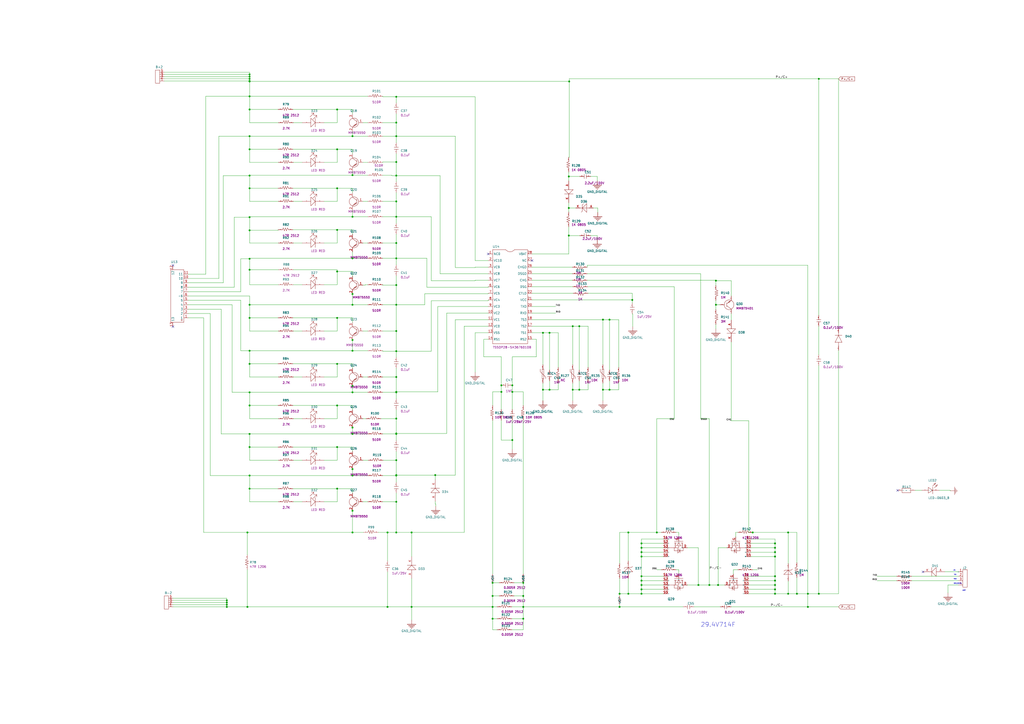
<source format=kicad_sch>
(kicad_sch (version 20231120) (generator "eeschema") (generator_version "8.0")
  (paper "A2")
  (lib_symbols
    (symbol "ProDoc_Sch-easyedapro:10k"
      (property "Reference" "R" (at 0 0 0))
      (symbol "10k_1_0"
        (pin unspecified line (at -5.08 0 0) (length 2.54) (name "1") (number "1"))
        (pin unspecified line (at 5.08 0 180) (length 2.54) (name "2") (number "2"))
      )
    )
    (symbol "ProDoc_Sch-easyedapro:2.54-11P WT"
      (property "Reference" "U" (at 0 0 0))
      (symbol "2.54-11P WT_1_0"
        (pin unspecified line (at -5.08 12.7 0) (length 2.54) (name "1") (number "1"))
        (pin unspecified line (at -5.08 -10.16 0) (length 2.54) (name "10") (number "10"))
        (pin unspecified line (at -5.08 -12.7 0) (length 2.54) (name "11") (number "11"))
        (pin unspecified line (at 3.81 -17.78 90) (length 2.54) (name "12") (number "12"))
        (pin unspecified line (at 3.81 17.78 270) (length 2.54) (name "13") (number "13"))
        (pin unspecified line (at -5.08 10.16 0) (length 2.54) (name "2") (number "2"))
        (pin unspecified line (at -5.08 7.62 0) (length 2.54) (name "3") (number "3"))
        (pin unspecified line (at -5.08 5.08 0) (length 2.54) (name "4") (number "4"))
        (pin unspecified line (at -5.08 2.54 0) (length 2.54) (name "5") (number "5"))
        (pin unspecified line (at -5.08 0 0) (length 2.54) (name "6") (number "6"))
        (pin unspecified line (at -5.08 -2.54 0) (length 2.54) (name "7") (number "7"))
        (pin unspecified line (at -5.08 -5.08 0) (length 2.54) (name "8") (number "8"))
        (pin unspecified line (at -5.08 -7.62 0) (length 2.54) (name "9") (number "9"))
      )
    )
    (symbol "ProDoc_Sch-easyedapro:;SIP;1X4;2.54MM;4P"
      (property "Reference" "U" (at 0 0 0))
      (symbol ";SIP;1X4;2.54MM;4P_1_0"
        (pin unspecified line (at 0 0 180) (length 2.54) (name "") (number "1"))
        (pin unspecified line (at 0 -2.54 180) (length 2.54) (name "") (number "2"))
        (pin unspecified line (at 0 -5.08 180) (length 2.54) (name "") (number "3"))
        (pin unspecified line (at 0 -7.62 180) (length 2.54) (name "") (number "4"))
      )
    )
    (symbol "ProDoc_Sch-easyedapro:CY1206202UF100VX5;C;2.2UF;100V;10%;1206"
      (property "Reference" "U" (at 0 0 0))
      (symbol "CY1206202UF100VX5;C;2.2UF;100V;10%;1206_1_0"
        (pin unspecified line (at 0 0 0) (length 2.54) (name "") (number "1"))
        (pin unspecified line (at 6.35 0 180) (length 2.54) (name "") (number "2"))
      )
    )
    (symbol "ProDoc_Sch-easyedapro:CYC0603001550X7RT;C;1NF;50V;10%;0603"
      (property "Reference" "U" (at 0 0 0))
      (symbol "CYC0603001550X7RT;C;1NF;50V;10%;0603_1_0"
        (pin unspecified line (at 0 0 0) (length 2.54) (name "") (number "1"))
        (pin unspecified line (at 6.35 0 180) (length 2.54) (name "") (number "2"))
      )
    )
    (symbol "ProDoc_Sch-easyedapro:CYC0603011050X7RT;C;100NF;50V;10%;0603"
      (property "Reference" "U" (at 0 0 0))
      (symbol "CYC0603011050X7RT;C;100NF;50V;10%;0603_1_0"
        (pin unspecified line (at 0 0 0) (length 2.54) (name "") (number "1"))
        (pin unspecified line (at 6.35 0 180) (length 2.54) (name "") (number "2"))
      )
    )
    (symbol "ProDoc_Sch-easyedapro:CYC1206X7R1H105JG;C;100NF;100V;10%;1206"
      (property "Reference" "U" (at 0 0 0))
      (symbol "CYC1206X7R1H105JG;C;100NF;100V;10%;1206_1_0"
        (pin unspecified line (at 0 0 0) (length 2.54) (name "") (number "1"))
        (pin unspecified line (at 6.35 0 180) (length 2.54) (name "") (number "2"))
      )
    )
    (symbol "ProDoc_Sch-easyedapro:CYRFC0805H1UFDEJ;C;1UF;25V;10%;0805"
      (property "Reference" "U" (at 0 0 0))
      (symbol "CYRFC0805H1UFDEJ;C;1UF;25V;10%;0805_1_0"
        (pin unspecified line (at 0 0 0) (length 2.54) (name "") (number "1"))
        (pin unspecified line (at 6.35 0 180) (length 2.54) (name "") (number "2"))
      )
    )
    (symbol "ProDoc_Sch-easyedapro:DISMBJ64ADO2144A;D;SMBJ64A;64V;5.8A;SMB"
      (property "Reference" "U" (at 0 0 0))
      (symbol "DISMBJ64ADO2144A;D;SMBJ64A;64V;5.8A;SMB_1_0"
        (pin unspecified line (at -6.35 0 0) (length 2.54) (name "") (number "A"))
        (pin unspecified line (at 3.81 0 180) (length 2.54) (name "") (number "K"))
      )
    )
    (symbol "ProDoc_Sch-easyedapro:DISMD1N4148WTPSM;D;1N4148;75V;1A;SOD123"
      (property "Reference" "U" (at 0 0 0))
      (symbol "DISMD1N4148WTPSM;D;1N4148;75V;1A;SOD123_1_0"
        (pin unspecified line (at 0 0 0) (length 5.08) (name "") (number "A"))
        (pin unspecified line (at 12.7 0 180) (length 5.08) (name "") (number "K"))
      )
    )
    (symbol "ProDoc_Sch-easyedapro:DISMDRS3MSMCXXXX;D;RS3M;1000V;3A;SMC"
      (property "Reference" "U" (at 0 0 0))
      (symbol "DISMDRS3MSMCXXXX;D;RS3M;1000V;3A;SMC_1_0"
        (pin unspecified line (at 0 0 0) (length 2.54) (name "") (number "1"))
        (pin unspecified line (at 12.7 0 180) (length 2.54) (name "") (number "2"))
      )
    )
    (symbol "ProDoc_Sch-easyedapro:DISOD123BAV21W;D;BAV21W;200V;0.5A;SOD123"
      (property "Reference" "U" (at 0 0 0))
      (symbol "DISOD123BAV21W;D;BAV21W;200V;0.5A;SOD123_1_0"
        (pin unspecified line (at 0 0 0) (length 5.08) (name "") (number "A"))
        (pin unspecified line (at 12.7 0 180) (length 5.08) (name "") (number "K"))
      )
    )
    (symbol "ProDoc_Sch-easyedapro:DISOD323BZT52C15;ZD;BZT52C15;15V;SOD323"
      (property "Reference" "U" (at 0 0 0))
      (symbol "DISOD323BZT52C15;ZD;BZT52C15;15V;SOD323_1_0"
        (pin unspecified line (at -6.35 0 0) (length 2.54) (name "") (number "A"))
        (pin unspecified line (at 3.81 0 180) (length 2.54) (name "") (number "K"))
      )
    )
    (symbol "ProDoc_Sch-easyedapro:GND" (power) (pin_numbers hide) (pin_names hide)
      (symbol "GND_1_0"
        (pin power_in line (at 0 0 0) (length 0) (name "") (number "1"))
      )
    )
    (symbol "ProDoc_Sch-easyedapro:Ground-GND" (power) (pin_numbers hide) (pin_names hide)
      (symbol "Ground-GND_1_0"
        (pin power_in line (at 0 0 270) (length 2.54) (name "GND_DIGITAL") (number "1"))
      )
    )
    (symbol "ProDoc_Sch-easyedapro:LED-0603_B"
      (property "Reference" "LED" (at 0 0 0))
      (symbol "LED-0603_B_1_0"
        (pin unspecified line (at -5.08 0 0) (length 3.81) (name "1") (number "1"))
        (pin unspecified line (at 5.08 0 180) (length 3.81) (name "2") (number "2"))
      )
    )
    (symbol "ProDoc_Sch-easyedapro:LESMD0603LEDREDAL;D;LED;RED;0603"
      (property "Reference" "U" (at 0 0 0))
      (symbol "LESMD0603LEDREDAL;D;LED;RED;0603_1_0"
        (pin unspecified line (at 0 0 0) (length 5.08) (name "") (number "1"))
        (pin unspecified line (at 12.7 0 180) (length 5.08) (name "") (number "2"))
      )
    )
    (symbol "ProDoc_Sch-easyedapro:MVMOSIRL40SC228X;Q;IRL40SC228;D2PAK-7PIN"
      (property "Reference" "U" (at 0 0 0))
      (symbol "MVMOSIRL40SC228X;Q;IRL40SC228;D2PAK-7PIN_1_0"
        (pin unspecified line (at 3.81 7.62 270) (length 2.54) (name "D") (number "D"))
        (pin unspecified line (at -2.54 2.54 0) (length 2.54) (name "G") (number "G"))
        (pin unspecified line (at -1.27 -6.35 90) (length 2.54) (name "S1") (number "S1"))
        (pin unspecified line (at 1.27 -6.35 90) (length 2.54) (name "S2") (number "S2"))
        (pin unspecified line (at 3.81 -6.35 90) (length 2.54) (name "S3") (number "S3"))
        (pin unspecified line (at 6.35 -6.35 90) (length 2.54) (name "S4") (number "S4"))
        (pin unspecified line (at 8.89 -6.35 90) (length 2.54) (name "S5") (number "S5"))
      )
    )
    (symbol "ProDoc_Sch-easyedapro:NTC-10K+/-1%"
      (property "Reference" "U" (at 0 0 0))
      (symbol "NTC-10K+/-1%_1_0"
        (pin unspecified line (at -2.54 0 0) (length 2.54) (name "") (number "1"))
        (pin unspecified line (at 8.128 0 180) (length 2.54) (name "") (number "2"))
      )
    )
    (symbol "ProDoc_Sch-easyedapro:POWER-PAD-5PIN-4.5MM"
      (property "Reference" "U" (at 0 0 0))
      (symbol "POWER-PAD-5PIN-4.5MM_1_0"
        (pin unspecified line (at -5.08 0 0) (length 2.54) (name "") (number "1"))
        (pin unspecified line (at -5.08 1.27 0) (length 2.54) (name "") (number "2"))
        (pin unspecified line (at -5.08 2.54 0) (length 2.54) (name "") (number "3"))
        (pin unspecified line (at -5.08 3.81 0) (length 2.54) (name "") (number "4"))
        (pin unspecified line (at -5.08 5.08 0) (length 2.54) (name "") (number "5"))
      )
    )
    (symbol "ProDoc_Sch-easyedapro:RC0603-NC"
      (property "Reference" "U" (at 0 0 0))
      (symbol "RC0603-NC_1_0"
        (pin unspecified line (at -1.27 0 0) (length 2.54) (name "") (number "1"))
        (pin unspecified line (at 7.366 0 180) (length 2.54) (name "") (number "2"))
      )
    )
    (symbol "ProDoc_Sch-easyedapro:RTRC0603F510RJY;R;510R;1%;1/10W;0603"
      (property "Reference" "U" (at 0 0 0))
      (symbol "RTRC0603F510RJY;R;510R;1%;1/10W;0603_1_0"
        (pin unspecified line (at -1.27 0 0) (length 2.54) (name "") (number "1"))
        (pin unspecified line (at 7.366 0 180) (length 2.54) (name "") (number "2"))
      )
    )
    (symbol "ProDoc_Sch-easyedapro:RTRC0603FR01KXJ;R;1K;1%;1/10W;0603"
      (property "Reference" "U" (at 0 0 0))
      (symbol "RTRC0603FR01KXJ;R;1K;1%;1/10W;0603_1_0"
        (pin unspecified line (at -1.27 0 0) (length 2.54) (name "") (number "1"))
        (pin unspecified line (at 7.366 0 180) (length 2.54) (name "") (number "2"))
      )
    )
    (symbol "ProDoc_Sch-easyedapro:RTRC0603FR100RJ;R;100R;1%;1/10W;0603"
      (property "Reference" "U" (at 0 0 0))
      (symbol "RTRC0603FR100RJ;R;100R;1%;1/10W;0603_1_0"
        (pin unspecified line (at -1.27 0 0) (length 2.54) (name "") (number "1"))
        (pin unspecified line (at 7.366 0 180) (length 2.54) (name "") (number "2"))
      )
    )
    (symbol "ProDoc_Sch-easyedapro:RTRC0603FR10KXJ;R;10K;1%;1/10W;0603"
      (property "Reference" "U" (at 0 0 0))
      (symbol "RTRC0603FR10KXJ;R;10K;1%;1/10W;0603_1_0"
        (pin unspecified line (at -1.27 0 0) (length 2.54) (name "") (number "1"))
        (pin unspecified line (at 7.366 0 180) (length 2.54) (name "") (number "2"))
      )
    )
    (symbol "ProDoc_Sch-easyedapro:RTRC0603FR10MKJ;R;10M;1%;1/10W;0603"
      (property "Reference" "U" (at 0 0 0))
      (symbol "RTRC0603FR10MKJ;R;10M;1%;1/10W;0603_1_0"
        (pin unspecified line (at -1.27 0 0) (length 2.54) (name "") (number "1"))
        (pin unspecified line (at 7.366 0 180) (length 2.54) (name "") (number "2"))
      )
    )
    (symbol "ProDoc_Sch-easyedapro:RTRC0603FR1MXXJ;R;1M;1%;1/10W;0603"
      (property "Reference" "U" (at 0 0 0))
      (symbol "RTRC0603FR1MXXJ;R;1M;1%;1/10W;0603_1_0"
        (pin unspecified line (at -1.27 0 0) (length 2.54) (name "") (number "1"))
        (pin unspecified line (at 7.366 0 180) (length 2.54) (name "") (number "2"))
      )
    )
    (symbol "ProDoc_Sch-easyedapro:RTRC0603FR2K7XJ;R;2.7K;1%;1/10W;0603"
      (property "Reference" "U" (at 0 0 0))
      (symbol "RTRC0603FR2K7XJ;R;2.7K;1%;1/10W;0603_1_0"
        (pin unspecified line (at -1.27 0 0) (length 2.54) (name "") (number "1"))
        (pin unspecified line (at 7.366 0 180) (length 2.54) (name "") (number "2"))
      )
    )
    (symbol "ProDoc_Sch-easyedapro:RTRC0603FR3WTJY;R;3M;1%;1/10W;0603"
      (property "Reference" "U" (at 0 0 0))
      (symbol "RTRC0603FR3WTJY;R;3M;1%;1/10W;0603_1_0"
        (pin unspecified line (at -1.27 0 0) (length 2.54) (name "") (number "1"))
        (pin unspecified line (at 7.366 0 180) (length 2.54) (name "") (number "2"))
      )
    )
    (symbol "ProDoc_Sch-easyedapro:RTRC0805FR10RXY;R;10R;1%;1/8W;0805"
      (property "Reference" "U" (at 0 0 0))
      (symbol "RTRC0805FR10RXY;R;10R;1%;1/8W;0805_1_0"
        (pin unspecified line (at -1.27 0 0) (length 2.54) (name "") (number "1"))
        (pin unspecified line (at 7.366 0 180) (length 2.54) (name "") (number "2"))
      )
    )
    (symbol "ProDoc_Sch-easyedapro:RTRC0805FR1KXXY;R;1K;1%;1/8W;0805"
      (property "Reference" "U" (at 0 0 0))
      (symbol "RTRC0805FR1KXXY;R;1K;1%;1/8W;0805_1_0"
        (pin unspecified line (at -1.27 0 0) (length 2.54) (name "") (number "1"))
        (pin unspecified line (at 7.366 0 180) (length 2.54) (name "") (number "2"))
      )
    )
    (symbol "ProDoc_Sch-easyedapro:RTRC1206F047RJY;R;47R;1%;1/4W;1206"
      (property "Reference" "U" (at 0 0 0))
      (symbol "RTRC1206F047RJY;R;47R;1%;1/4W;1206_1_0"
        (pin unspecified line (at -1.27 0 0) (length 2.54) (name "") (number "1"))
        (pin unspecified line (at 7.366 0 180) (length 2.54) (name "") (number "2"))
      )
    )
    (symbol "ProDoc_Sch-easyedapro:RTRC2512FR0005R;R;0.005R;1%;3W;2512"
      (property "Reference" "U" (at 0 0 0))
      (symbol "RTRC2512FR0005R;R;0.005R;1%;3W;2512_1_0"
        (pin unspecified line (at -1.27 0 0) (length 2.54) (name "") (number "1"))
        (pin unspecified line (at 7.366 0 180) (length 2.54) (name "") (number "2"))
      )
    )
    (symbol "ProDoc_Sch-easyedapro:RTRC2512FR47RXJ;R;47R;1%;1W;2512"
      (property "Reference" "U" (at 0 0 0))
      (symbol "RTRC2512FR47RXJ;R;47R;1%;1W;2512_1_0"
        (pin unspecified line (at -1.27 0 0) (length 2.54) (name "") (number "1"))
        (pin unspecified line (at 7.366 0 180) (length 2.54) (name "") (number "2"))
      )
    )
    (symbol "ProDoc_Sch-easyedapro:Short-Symbol"
      (symbol "Short-Symbol_1_0"
        (pin input line (at -2.54 0 0) (length 1.27) (name "Pin1") (number "1"))
        (pin input line (at 2.54 0 180) (length 1.27) (name "Pin1") (number "2"))
      )
    )
    (symbol "ProDoc_Sch-easyedapro:TRMMBT5401S23D;Q;MMBT5401;SOT-23"
      (property "Reference" "U" (at 0 0 0))
      (symbol "TRMMBT5401S23D;Q;MMBT5401;SOT-23_1_0"
        (pin unspecified line (at -4.064 0 0) (length 2.54) (name "") (number "1"))
        (pin unspecified line (at 2.54 -5.08 90) (length 2.54) (name "") (number "2"))
        (pin unspecified line (at 2.54 5.08 270) (length 2.54) (name "") (number "3"))
      )
    )
    (symbol "ProDoc_Sch-easyedapro:TRMMBT5550SOTF;Q;MMBT5550;SO-T23"
      (property "Reference" "U" (at 0 0 0))
      (symbol "TRMMBT5550SOTF;Q;MMBT5550;SO-T23_1_0"
        (pin unspecified line (at -3.556 0 0) (length 2.54) (name "") (number "1"))
        (pin unspecified line (at 2.54 -5.1816 90) (length 2.54) (name "") (number "2"))
        (pin unspecified line (at 2.54 5.08 270) (length 2.54) (name "") (number "3"))
      )
    )
    (symbol "lceda:ICSMDSOP28L36760;U;SH3676010B;TSSOP28"
      (property "Reference" "U" (at 0 0 0))
      (symbol "ICSMDSOP28L36760;U;SH3676010B;TSSOP28_1_0"
        (pin unspecified line (at -2.54 0 0) (length 2.54) (name "NC0") (number "1"))
        (pin unspecified line (at -2.54 -34.29 0) (length 2.54) (name "VC2") (number "10"))
        (pin unspecified line (at -2.54 -38.1 0) (length 2.54) (name "VC1") (number "11"))
        (pin unspecified line (at -2.54 -41.91 0) (length 2.54) (name "VC0") (number "12"))
        (pin unspecified line (at -2.54 -45.72 0) (length 2.54) (name "VSS") (number "13"))
        (pin unspecified line (at -2.54 -49.53 0) (length 2.54) (name "RS1") (number "14"))
        (pin unspecified line (at 22.86 -49.53 180) (length 2.54) (name "RS2") (number "15"))
        (pin unspecified line (at 22.86 -45.72 180) (length 2.54) (name "TS1") (number "16"))
        (pin unspecified line (at 22.86 -41.91 180) (length 2.54) (name "TS2") (number "17"))
        (pin unspecified line (at 22.86 -38.1 180) (length 2.54) (name "TS3") (number "18"))
        (pin unspecified line (at 22.86 -34.29 180) (length 2.54) (name "RXD") (number "19"))
        (pin unspecified line (at -2.54 -3.81 0) (length 2.54) (name "VC10") (number "2"))
        (pin unspecified line (at 22.86 -30.48 180) (length 2.54) (name "TXD") (number "20"))
        (pin unspecified line (at 22.86 -26.67 180) (length 2.54) (name "VCC") (number "21"))
        (pin unspecified line (at 22.86 -22.86 180) (length 2.54) (name "CTLD") (number "22"))
        (pin unspecified line (at 22.86 -19.05 180) (length 2.54) (name "DSG") (number "23"))
        (pin unspecified line (at 22.86 -15.24 180) (length 2.54) (name "CHG") (number "24"))
        (pin unspecified line (at 22.86 -11.43 180) (length 2.54) (name "DSGD") (number "25"))
        (pin unspecified line (at 22.86 -7.62 180) (length 2.54) (name "CHGD") (number "26"))
        (pin unspecified line (at 22.86 -3.81 180) (length 2.54) (name "NC") (number "27"))
        (pin unspecified line (at 22.86 0 180) (length 2.54) (name "VBAT") (number "28"))
        (pin unspecified line (at -2.54 -7.62 0) (length 2.54) (name "VC9") (number "3"))
        (pin unspecified line (at -2.54 -11.43 0) (length 2.54) (name "VC8") (number "4"))
        (pin unspecified line (at -2.54 -15.24 0) (length 2.54) (name "VC7") (number "5"))
        (pin unspecified line (at -2.54 -19.05 0) (length 2.54) (name "VC6") (number "6"))
        (pin unspecified line (at -2.54 -22.86 0) (length 2.54) (name "VC5") (number "7"))
        (pin unspecified line (at -2.54 -26.67 0) (length 2.54) (name "VC4") (number "8"))
        (pin unspecified line (at -2.54 -30.48 0) (length 2.54) (name "VC3") (number "9"))
      )
    )
  )
  (junction (at 144.78 109.22))
  (junction (at 229.87 251.714))
  (junction (at 229.87 266.954))
  (junction (at 372.11 344.424))
  (junction (at 336.042 226.06))
  (junction (at 372.11 336.804))
  (junction (at 359.41 344.424))
  (junction (at 224.79 308.864))
  (junction (at 144.78 211.074))
  (junction (at 436.626 308.864))
  (junction (at 229.87 291.084))
  (junction (at 297.18 227.33))
  (junction (at 229.87 56.134))
  (junction (at 314.96 193.04))
  (junction (at 204.47 176.784))
  (junction (at 144.78 86.614))
  (junction (at 457.2 344.424))
  (junction (at 329.946 102.362))
  (junction (at 314.96 226.06))
  (junction (at 229.87 203.708))
  (junction (at 229.87 242.824))
  (junction (at 144.78 156.464))
  (junction (at 290.83 223.52))
  (junction (at 195.58 259.334))
  (junction (at 297.18 255.27))
  (junction (at 195.58 211.074))
  (junction (at 144.78 46.99))
  (junction (at 195.58 133.35))
  (junction (at 381 308.864))
  (junction (at 195.58 283.464))
  (junction (at 204.47 197.2056))
  (junction (at 229.87 165.354))
  (junction (at 332.232 189.23))
  (junction (at 318.77 193.04))
  (junction (at 457.2 308.864))
  (junction (at 144.78 45.72))
  (junction (at 131.572 352.044))
  (junction (at 229.87 125.73))
  (junction (at 449.58 336.804))
  (junction (at 204.47 227.584))
  (junction (at 303.53 345.694))
  (junction (at 229.87 176.784))
  (junction (at 449.58 341.884))
  (junction (at 285.75 338.074))
  (junction (at 144.78 133.604))
  (junction (at 303.53 338.074))
  (junction (at 195.58 184.404))
  (junction (at 144.78 101.854))
  (junction (at 144.78 227.584))
  (junction (at 229.87 275.59))
  (junction (at 353.568 226.06))
  (junction (at 204.47 251.714))
  (junction (at 229.87 93.98))
  (junction (at 349.758 185.42))
  (junction (at 238.76 352.044))
  (junction (at 131.572 348.234))
  (junction (at 229.87 78.994))
  (junction (at 474.98 344.424))
  (junction (at 330.2 47.244))
  (junction (at 290.83 227.33))
  (junction (at 329.946 136.652))
  (junction (at 229.87 275.844))
  (junction (at 372.11 320.294))
  (junction (at 144.78 251.714))
  (junction (at 144.78 43.18))
  (junction (at 229.87 251.46))
  (junction (at 143.51 308.864))
  (junction (at 449.58 320.294))
  (junction (at 144.78 275.844))
  (junction (at 238.76 308.864))
  (junction (at 204.47 78.994))
  (junction (at 364.49 308.864))
  (junction (at 144.78 55.88))
  (junction (at 349.758 226.06))
  (junction (at 204.47 296.2656))
  (junction (at 285.75 345.694))
  (junction (at 204.47 149.86))
  (junction (at 372.11 317.754))
  (junction (at 303.53 358.902))
  (junction (at 204.47 275.844))
  (junction (at 195.58 86.614))
  (junction (at 204.47 203.454))
  (junction (at 336.042 189.23))
  (junction (at 468.63 344.424))
  (junction (at 372.11 334.264))
  (junction (at 416.56 339.344))
  (junction (at 285.75 352.044))
  (junction (at 229.87 308.864))
  (junction (at 329.946 120.65))
  (junction (at 204.47 308.864))
  (junction (at 144.78 150.114))
  (junction (at 449.58 344.424))
  (junction (at 449.58 317.754))
  (junction (at 474.98 45.72))
  (junction (at 144.78 125.984))
  (junction (at 144.78 203.454))
  (junction (at 229.87 140.97))
  (junction (at 229.87 218.694))
  (junction (at 303.53 352.044))
  (junction (at 229.87 192.024))
  (junction (at 372.11 322.834))
  (junction (at 144.78 63.5))
  (junction (at 131.572 350.774))
  (junction (at 224.79 352.044))
  (junction (at 366.776 173.99))
  (junction (at 415.29 162.814))
  (junction (at 204.47 170.5356))
  (junction (at 229.87 227.584))
  (junction (at 415.29 176.784))
  (junction (at 405.13 339.344))
  (junction (at 372.11 341.884))
  (junction (at 372.11 339.344))
  (junction (at 131.572 349.504))
  (junction (at 229.87 227.33))
  (junction (at 449.58 339.344))
  (junction (at 332.232 226.06))
  (junction (at 143.51 352.044))
  (junction (at 195.58 235.204))
  (junction (at 462.28 344.424))
  (junction (at 229.87 101.854))
  (junction (at 318.77 226.06))
  (junction (at 449.58 322.834))
  (junction (at 204.47 248.0056))
  (junction (at 468.63 352.044))
  (junction (at 144.78 184.404))
  (junction (at 364.49 344.424))
  (junction (at 144.78 47.244))
  (junction (at 252.476 275.59))
  (junction (at 229.87 149.86))
  (junction (at 297.18 223.52))
  (junction (at 359.41 352.044))
  (junction (at 144.78 44.45))
  (junction (at 353.568 185.42))
  (junction (at 411.48 339.344))
  (junction (at 195.58 109.22))
  (junction (at 144.78 259.334))
  (junction (at 144.78 235.204))
  (junction (at 449.58 315.214))
  (junction (at 229.87 116.84))
  (junction (at 144.78 176.784))
  (junction (at 195.58 157.48))
  (junction (at 144.78 78.994))
  (junction (at 285.75 358.902))
  (junction (at 229.87 71.12))
  (junction (at 144.78 283.464))
  (junction (at 204.47 223.8756))
  (junction (at 372.11 315.214))
  (junction (at 204.47 125.73))
  (junction (at 195.58 63.5))
  (junction (at 204.47 272.1356))
  (junction (at 204.47 101.6))
  (junction (at 449.58 334.264))
  (no_connect (at 520.7 284.48))
  (no_connect (at 100.33 153.924))
  (no_connect (at 535.432 331.724))
  (no_connect (at 308.61 151.13))
  (no_connect (at 283.21 147.32))
  (no_connect (at 100.33 189.484))
  (wire (pts (xy 462.28 344.424) (xy 457.2 344.424)))
  (wire (pts (xy 204.47 259.334) (xy 204.47 261.874)))
  (wire (pts (xy 144.78 275.844) (xy 204.47 275.844)))
  (wire (pts (xy 457.2 337.058) (xy 457.2 344.424)))
  (wire (pts (xy 229.87 203.708) (xy 250.19 203.708)))
  (wire (pts (xy 318.77 220.98) (xy 318.77 226.06)))
  (wire (pts (xy 213.36 116.84) (xy 210.566 116.84)))
  (wire (pts (xy 213.36 140.97) (xy 210.566 140.97)))
  (wire (pts (xy 341.122 226.06) (xy 341.122 221.742)))
  (wire (pts (xy 161.29 259.334) (xy 144.78 259.334)))
  (wire (pts (xy 131.572 349.504) (xy 131.572 348.234)))
  (wire (pts (xy 372.11 339.344) (xy 384.81 339.344)))
  (wire (pts (xy 229.87 237.744) (xy 229.87 242.824)))
  (wire (pts (xy 144.78 101.6) (xy 144.78 101.854)))
  (wire (pts (xy 195.58 63.5) (xy 169.926 63.5)))
  (wire (pts (xy 195.58 283.464) (xy 204.47 283.464)))
  (wire (pts (xy 372.11 336.804) (xy 372.11 334.264)))
  (wire (pts (xy 416.56 339.344) (xy 416.56 317.754)))
  (wire (pts (xy 144.78 71.12) (xy 144.78 63.5)))
  (wire (pts (xy 143.51 352.044) (xy 224.79 352.044)))
  (wire (pts (xy 285.75 345.694) (xy 285.75 338.074)))
  (wire (pts (xy 372.11 317.754) (xy 384.81 317.754)))
  (wire (pts (xy 195.58 94.234) (xy 187.96 94.234)))
  (wire (pts (xy 259.08 181.61) (xy 283.21 181.61)))
  (wire (pts (xy 346.456 139.192) (xy 346.456 136.652)))
  (wire (pts (xy 187.96 218.694) (xy 195.58 218.694)))
  (wire (pts (xy 204.47 184.404) (xy 204.47 186.944)))
  (wire (pts (xy 175.26 218.694) (xy 170.18 218.694)))
  (wire (pts (xy 195.58 116.84) (xy 187.96 116.84)))
  (wire (pts (xy 254 227.33) (xy 229.87 227.33)))
  (wire (pts (xy 405.13 317.754) (xy 398.78 317.754)))
  (wire (pts (xy 264.16 275.59) (xy 252.476 275.59)))
  (wire (pts (xy 175.26 165.1) (xy 170.18 165.1)))
  (wire (pts (xy 204.47 275.844) (xy 204.47 272.1356)))
  (wire (pts (xy 144.78 149.86) (xy 204.47 149.86)))
  (wire (pts (xy 119.38 55.88) (xy 119.38 159.004)))
  (wire (pts (xy 213.36 149.86) (xy 204.47 149.86)))
  (wire (pts (xy 195.58 235.204) (xy 169.926 235.204)))
  (wire (pts (xy 229.87 213.614) (xy 229.87 218.694)))
  (wire (pts (xy 303.53 243.84) (xy 303.53 332.994)))
  (wire (pts (xy 109.22 179.324) (xy 128.27 179.324)))
  (wire (pts (xy 275.59 215.9) (xy 275.59 193.04)))
  (wire (pts (xy 144.78 184.404) (xy 144.78 176.784)))
  (wire (pts (xy 346.456 136.652) (xy 342.646 136.652)))
  (wire (pts (xy 195.58 184.404) (xy 169.926 184.404)))
  (wire (pts (xy 308.61 147.32) (xy 329.946 147.32)))
  (wire (pts (xy 252.73 292.354) (xy 252.476 292.354)))
  (wire (pts (xy 359.41 308.864) (xy 359.41 326.898)))
  (wire (pts (xy 213.36 275.844) (xy 204.47 275.844)))
  (wire (pts (xy 238.76 308.864) (xy 238.76 322.834)))
  (wire (pts (xy 285.75 243.84) (xy 285.75 332.994)))
  (wire (pts (xy 195.58 184.404) (xy 204.47 184.404)))
  (wire (pts (xy 298.196 338.074) (xy 303.53 338.074)))
  (wire (pts (xy 131.572 352.044) (xy 100.33 352.044)))
  (wire (pts (xy 449.58 334.264) (xy 434.34 334.264)))
  (wire (pts (xy 323.85 213.106) (xy 323.85 193.04)))
  (wire (pts (xy 195.58 259.334) (xy 204.47 259.334)))
  (wire (pts (xy 297.18 207.01) (xy 297.18 223.52)))
  (wire (pts (xy 449.58 334.264) (xy 449.58 322.834)))
  (wire (pts (xy 204.47 89.154) (xy 204.47 86.614)))
  (wire (pts (xy 204.47 227.584) (xy 213.36 227.584)))
  (wire (pts (xy 144.78 94.234) (xy 144.78 86.614)))
  (wire (pts (xy 275.59 162.814) (xy 250.19 162.814)))
  (wire (pts (xy 285.75 352.044) (xy 238.76 352.044)))
  (wire (pts (xy 359.41 344.424) (xy 359.41 335.534)))
  (wire (pts (xy 341.122 189.23) (xy 341.122 213.106)))
  (wire (pts (xy 449.58 320.294) (xy 449.58 317.754)))
  (wire (pts (xy 424.18 171.704) (xy 424.18 162.814)))
  (wire (pts (xy 127 78.994) (xy 127 161.544)))
  (wire (pts (xy 340.614 153.924) (xy 340.614 154.94)))
  (wire (pts (xy 144.78 44.45) (xy 144.78 45.72)))
  (wire (pts (xy 121.92 181.864) (xy 121.92 275.844)))
  (wire (pts (xy 221.996 203.708) (xy 221.996 203.454)))
  (wire (pts (xy 229.87 227.584) (xy 221.996 227.584)))
  (wire (pts (xy 372.11 322.834) (xy 384.81 322.834)))
  (wire (pts (xy 144.78 149.86) (xy 144.78 150.114)))
  (wire (pts (xy 424.18 162.814) (xy 415.29 162.814)))
  (wire (pts (xy 144.78 125.73) (xy 204.47 125.73)))
  (wire (pts (xy 144.78 227.584) (xy 144.78 235.204)))
  (wire (pts (xy 144.78 211.074) (xy 144.78 218.694)))
  (wire (pts (xy 229.87 71.12) (xy 221.996 71.12)))
  (wire (pts (xy 224.79 352.044) (xy 238.76 352.044)))
  (wire (pts (xy 415.29 162.814) (xy 415.29 165.608)))
  (wire (pts (xy 332.232 226.06) (xy 332.232 222.25)))
  (wire (pts (xy 229.87 56.134) (xy 275.59 56.134)))
  (wire (pts (xy 229.87 116.84) (xy 221.996 116.84)))
  (wire (pts (xy 161.29 235.204) (xy 144.78 235.204)))
  (wire (pts (xy 449.58 336.804) (xy 434.34 336.804)))
  (wire (pts (xy 175.26 140.97) (xy 170.18 140.97)))
  (wire (pts (xy 303.53 352.044) (xy 359.41 352.044)))
  (wire (pts (xy 187.96 140.97) (xy 195.58 140.97)))
  (wire (pts (xy 246.38 170.434) (xy 246.38 176.784)))
  (wire (pts (xy 144.78 266.954) (xy 161.544 266.954)))
  (wire (pts (xy 250.19 203.708) (xy 250.19 174.498)))
  (wire (pts (xy 303.53 227.33) (xy 303.53 235.204)))
  (wire (pts (xy 411.48 339.344) (xy 416.56 339.344)))
  (wire (pts (xy 364.49 344.424) (xy 364.49 335.534)))
  (wire (pts (xy 229.87 279.654) (xy 229.87 275.844)))
  (wire (pts (xy 144.78 78.994) (xy 127 78.994)))
  (wire (pts (xy 229.87 149.86) (xy 229.87 153.67)))
  (wire (pts (xy 318.77 226.06) (xy 314.96 226.06)))
  (wire (pts (xy 283.21 196.85) (xy 280.67 196.85)))
  (wire (pts (xy 144.78 283.464) (xy 161.29 283.464)))
  (wire (pts (xy 349.758 232.41) (xy 349.758 226.06)))
  (wire (pts (xy 275.59 154.94) (xy 275.59 155.194)))
  (wire (pts (xy 129.54 101.854) (xy 144.78 101.854)))
  (wire (pts (xy 288.29 352.044) (xy 285.75 352.044)))
  (wire (pts (xy 204.47 170.5356) (xy 204.47 176.784)))
  (wire (pts (xy 372.11 320.294) (xy 372.11 317.754)))
  (wire (pts (xy 109.22 174.244) (xy 139.7 174.244)))
  (wire (pts (xy 259.08 181.61) (xy 259.08 251.46)))
  (wire (pts (xy 144.78 45.72) (xy 144.78 46.99)))
  (wire (pts (xy 250.19 174.498) (xy 283.21 174.498)))
  (wire (pts (xy 297.18 255.27) (xy 290.83 255.27)))
  (wire (pts (xy 381 242.824) (xy 391.16 242.824)))
  (wire (pts (xy 204.47 197.104) (xy 204.47 197.2056)))
  (wire (pts (xy 229.87 140.97) (xy 229.87 135.89)))
  (wire (pts (xy 285.75 358.902) (xy 288.29 358.902)))
  (wire (pts (xy 204.47 235.204) (xy 204.47 237.744)))
  (wire (pts (xy 195.58 63.5) (xy 195.58 71.12)))
  (wire (pts (xy 353.568 214.63) (xy 353.568 185.42)))
  (wire (pts (xy 285.75 365.252) (xy 285.75 358.902)))
  (wire (pts (xy 255.27 158.75) (xy 283.21 158.75)))
  (wire (pts (xy 229.87 165.354) (xy 229.87 160.02)))
  (wire (pts (xy 318.77 193.04) (xy 318.77 214.63)))
  (wire (pts (xy 195.58 109.22) (xy 169.926 109.22)))
  (wire (pts (xy 161.544 165.1) (xy 144.78 165.1)))
  (wire (pts (xy 229.87 101.854) (xy 227.33 101.854)))
  (wire (pts (xy 358.902 226.06) (xy 358.902 221.742)))
  (wire (pts (xy 346.71 123.19) (xy 346.71 120.65)))
  (wire (pts (xy 195.58 235.204) (xy 204.47 235.204)))
  (wire (pts (xy 221.996 251.714) (xy 229.87 251.714)))
  (wire (pts (xy 283.21 151.13) (xy 275.59 151.13)))
  (wire (pts (xy 283.21 177.8) (xy 254 177.8)))
  (wire (pts (xy 170.18 266.954) (xy 175.26 266.954)))
  (wire (pts (xy 211.836 165.354) (xy 211.836 165.1)))
  (wire (pts (xy 359.41 350.774) (xy 359.41 352.044)))
  (wire (pts (xy 195.58 140.97) (xy 195.58 133.35)))
  (wire (pts (xy 213.36 101.6) (xy 204.47 101.6)))
  (wire (pts (xy 372.11 341.884) (xy 384.81 341.884)))
  (wire (pts (xy 229.87 93.98) (xy 221.996 93.98)))
  (wire (pts (xy 486.41 45.72) (xy 486.41 190.5)))
  (wire (pts (xy 247.65 166.624) (xy 247.65 149.86)))
  (wire (pts (xy 229.87 203.708) (xy 229.87 192.024)))
  (wire (pts (xy 195.58 291.084) (xy 187.96 291.084)))
  (wire (pts (xy 229.87 56.134) (xy 221.996 56.134)))
  (wire (pts (xy 131.572 348.234) (xy 100.33 348.234)))
  (wire (pts (xy 229.87 227.33) (xy 229.87 218.694)))
  (wire (pts (xy 280.67 207.01) (xy 290.83 207.01)))
  (wire (pts (xy 144.78 275.844) (xy 121.92 275.844)))
  (wire (pts (xy 161.544 94.234) (xy 144.78 94.234)))
  (wire (pts (xy 449.58 315.214) (xy 449.58 312.674)))
  (wire (pts (xy 434.34 244.094) (xy 434.34 308.864)))
  (wire (pts (xy 405.13 339.344) (xy 398.78 339.344)))
  (wire (pts (xy 204.47 170.434) (xy 204.47 170.5356)))
  (wire (pts (xy 468.63 344.424) (xy 468.63 153.924)))
  (wire (pts (xy 393.7 308.864) (xy 392.176 308.864)))
  (wire (pts (xy 221.996 218.694) (xy 229.87 218.694)))
  (wire (pts (xy 204.47 203.454) (xy 213.36 203.454)))
  (wire (pts (xy 195.58 266.954) (xy 187.96 266.954)))
  (wire (pts (xy 427.99 330.454) (xy 425.45 330.454)))
  (wire (pts (xy 297.18 227.33) (xy 297.18 223.52)))
  (wire (pts (xy 131.572 346.964) (xy 131.572 348.234)))
  (wire (pts (xy 353.568 226.06) (xy 349.758 226.06)))
  (wire (pts (xy 415.29 176.784) (xy 415.29 179.578)))
  (wire (pts (xy 336.042 214.63) (xy 336.042 189.23)))
  (wire (pts (xy 297.18 255.27) (xy 297.18 243.84)))
  (wire (pts (xy 322.326 181.61) (xy 308.61 181.61)))
  (wire (pts (xy 229.87 71.12) (xy 229.87 66.04)))
  (wire (pts (xy 290.83 237.49) (xy 290.83 227.33)))
  (wire (pts (xy 424.18 244.094) (xy 424.18 198.374)))
  (wire (pts (xy 144.78 47.244) (xy 144.78 55.88)))
  (wire (pts (xy 322.326 177.8) (xy 308.61 177.8)))
  (wire (pts (xy 303.53 358.902) (xy 296.926 358.902)))
  (wire (pts (xy 314.96 232.41) (xy 314.96 226.06)))
  (wire (pts (xy 227.33 101.854) (xy 227.33 101.6)))
  (wire (pts (xy 462.28 326.39) (xy 462.28 308.864)))
  (wire (pts (xy 204.47 223.8756) (xy 204.47 227.584)))
  (wire (pts (xy 204.47 149.86) (xy 204.47 146.1516)))
  (wire (pts (xy 229.87 203.708) (xy 221.996 203.708)))
  (wire (pts (xy 229.87 308.864) (xy 229.87 291.084)))
  (wire (pts (xy 170.18 242.824) (xy 175.26 242.824)))
  (wire (pts (xy 204.47 111.76) (xy 204.47 109.22)))
  (wire (pts (xy 95.25 45.72) (xy 144.78 45.72)))
  (wire (pts (xy 135.89 166.624) (xy 135.89 125.984)))
  (wire (pts (xy 229.87 251.714) (xy 229.87 251.46)))
  (wire (pts (xy 405.13 339.344) (xy 405.13 317.754)))
  (wire (pts (xy 329.946 104.902) (xy 329.946 102.362)))
  (wire (pts (xy 170.18 94.234) (xy 175.26 94.234)))
  (wire (pts (xy 195.58 259.334) (xy 169.926 259.334)))
  (wire (pts (xy 109.22 184.404) (xy 118.11 184.404)))
  (wire (pts (xy 229.87 125.73) (xy 229.87 116.84)))
  (wire (pts (xy 415.29 162.56) (xy 340.614 162.56)))
  (wire (pts (xy 366.776 175.768) (xy 366.776 173.99)))
  (wire (pts (xy 195.58 242.824) (xy 187.96 242.824)))
  (wire (pts (xy 131.572 352.044) (xy 143.51 352.044)))
  (wire (pts (xy 247.65 149.86) (xy 229.87 149.86)))
  (wire (pts (xy 330.2 45.72) (xy 330.2 47.244)))
  (wire (pts (xy 391.16 166.37) (xy 391.16 242.824)))
  (wire (pts (xy 204.47 272.1356) (xy 204.47 272.034)))
  (wire (pts (xy 314.96 211.582) (xy 314.96 193.04)))
  (wire (pts (xy 144.78 150.114) (xy 139.7 150.114)))
  (wire (pts (xy 195.58 71.12) (xy 187.96 71.12)))
  (wire (pts (xy 195.58 184.404) (xy 195.58 192.024)))
  (wire (pts (xy 213.36 55.88) (xy 144.78 55.88)))
  (wire (pts (xy 275.59 154.94) (xy 283.21 154.94)))
  (wire (pts (xy 264.16 185.42) (xy 264.16 275.59)))
  (wire (pts (xy 195.58 211.074) (xy 204.47 211.074)))
  (wire (pts (xy 381 242.824) (xy 381 308.864)))
  (wire (pts (xy 144.78 133.604) (xy 144.78 125.984)))
  (wire (pts (xy 229.87 93.98) (xy 229.87 89.154)))
  (wire (pts (xy 144.78 184.404) (xy 144.78 192.024)))
  (wire (pts (xy 331.978 162.56) (xy 308.61 162.56)))
  (wire (pts (xy 486.41 352.044) (xy 468.63 352.044)))
  (wire (pts (xy 340.614 153.924) (xy 468.63 153.924)))
  (wire (pts (xy 139.7 203.454) (xy 139.7 174.244)))
  (wire (pts (xy 296.926 352.044) (xy 303.53 352.044)))
  (wire (pts (xy 100.33 346.964) (xy 131.572 346.964)))
  (wire (pts (xy 109.22 181.864) (xy 121.92 181.864)))
  (wire (pts (xy 161.29 133.604) (xy 161.29 133.35)))
  (wire (pts (xy 303.53 345.694) (xy 298.196 345.694)))
  (wire (pts (xy 210.566 266.954) (xy 213.614 266.954)))
  (wire (pts (xy 119.38 159.004) (xy 109.22 159.004)))
  (wire (pts (xy 204.47 251.714) (xy 213.36 251.714)))
  (wire (pts (xy 238.76 308.864) (xy 229.87 308.864)))
  (wire (pts (xy 336.042 226.06) (xy 332.232 226.06)))
  (wire (pts (xy 364.49 308.864) (xy 364.49 325.374)))
  (wire (pts (xy 425.45 332.994) (xy 425.45 330.454)))
  (wire (pts (xy 204.47 63.5) (xy 195.58 63.5)))
  (wire (pts (xy 334.01 120.65) (xy 329.946 120.65)))
  (wire (pts (xy 204.47 247.904) (xy 204.47 248.0056)))
  (wire (pts (xy 229.87 78.994) (xy 221.996 78.994)))
  (wire (pts (xy 353.568 220.98) (xy 353.568 226.06)))
  (wire (pts (xy 346.456 102.362) (xy 342.646 102.362)))
  (wire (pts (xy 195.58 156.464) (xy 195.58 157.48)))
  (wire (pts (xy 255.27 158.75) (xy 255.27 101.854)))
  (wire (pts (xy 393.7 332.994) (xy 393.7 330.454)))
  (wire (pts (xy 283.21 166.37) (xy 283.21 166.624)))
  (wire (pts (xy 210.566 218.694) (xy 213.36 218.694)))
  (wire (pts (xy 229.87 286.004) (xy 229.87 291.084)))
  (wire (pts (xy 285.75 345.694) (xy 285.75 352.044)))
  (wire (pts (xy 170.18 291.084) (xy 175.26 291.084)))
  (wire (pts (xy 381 308.864) (xy 383.54 308.864)))
  (wire (pts (xy 275.59 162.56) (xy 283.21 162.56)))
  (wire (pts (xy 411.48 339.344) (xy 405.13 339.344)))
  (wire (pts (xy 474.98 344.424) (xy 486.41 344.424)))
  (wire (pts (xy 393.7 330.454) (xy 392.176 330.454)))
  (wire (pts (xy 195.58 283.464) (xy 195.58 291.084)))
  (wire (pts (xy 416.56 317.754) (xy 421.64 317.754)))
  (wire (pts (xy 353.568 185.42) (xy 358.902 185.42)))
  (wire (pts (xy 229.87 255.524) (xy 229.87 251.714)))
  (wire (pts (xy 204.47 99.4156) (xy 204.47 101.6)))
  (wire (pts (xy 359.41 308.864) (xy 364.49 308.864)))
  (wire (pts (xy 346.71 120.65) (xy 344.17 120.65)))
  (wire (pts (xy 449.58 341.884) (xy 449.58 344.424)))
  (wire (pts (xy 449.58 317.754) (xy 449.58 315.214)))
  (wire (pts (xy 229.87 82.804) (xy 229.87 78.994)))
  (wire (pts (xy 436.626 308.864) (xy 434.34 308.864)))
  (wire (pts (xy 329.946 136.652) (xy 336.296 136.652)))
  (wire (pts (xy 144.78 55.88) (xy 119.38 55.88)))
  (wire (pts (xy 367.03 189.484) (xy 367.03 182.118)))
  (wire (pts (xy 229.87 176.784) (xy 221.996 176.784)))
  (wire (pts (xy 474.98 212.09) (xy 474.98 344.424)))
  (wire (pts (xy 457.2 308.864) (xy 457.2 326.898)))
  (wire (pts (xy 474.98 205.74) (xy 474.98 189.23)))
  (wire (pts (xy 520.192 336.804) (xy 508.762 336.804)))
  (wire (pts (xy 109.22 166.624) (xy 135.89 166.624)))
  (wire (pts (xy 143.51 330.454) (xy 143.51 352.044)))
  (wire (pts (xy 329.946 122.936) (xy 329.946 120.65)))
  (wire (pts (xy 204.47 125.73) (xy 204.47 122.0216)))
  (wire (pts (xy 264.16 155.194) (xy 264.16 78.994)))
  (wire (pts (xy 144.78 116.84) (xy 144.78 109.22)))
  (wire (pts (xy 95.25 43.18) (xy 144.78 43.18)))
  (wire (pts (xy 372.11 315.214) (xy 372.11 312.674)))
  (wire (pts (xy 210.566 242.824) (xy 212.344 242.824)))
  (wire (pts (xy 449.58 320.294) (xy 435.61 320.294)))
  (wire (pts (xy 229.87 275.59) (xy 252.476 275.59)))
  (wire (pts (xy 336.042 226.06) (xy 341.122 226.06)))
  (wire (pts (xy 211.836 165.354) (xy 210.566 165.354)))
  (wire (pts (xy 170.18 156.464) (xy 195.58 156.464)))
  (wire (pts (xy 372.11 317.754) (xy 372.11 315.214)))
  (wire (pts (xy 275.59 155.194) (xy 264.16 155.194)))
  (wire (pts (xy 308.61 170.18) (xy 332.486 170.18)))
  (wire (pts (xy 144.78 101.854) (xy 144.78 109.22)))
  (wire (pts (xy 144.78 41.91) (xy 144.78 43.18)))
  (wire (pts (xy 372.11 322.834) (xy 372.11 320.294)))
  (wire (pts (xy 229.87 165.354) (xy 221.996 165.354)))
  (wire (pts (xy 144.78 133.604) (xy 161.29 133.604)))
  (wire (pts (xy 109.22 176.784) (xy 134.62 176.784)))
  (wire (pts (xy 210.82 308.864) (xy 204.47 308.864)))
  (wire (pts (xy 229.87 275.844) (xy 229.87 275.59)))
  (wire (pts (xy 548.132 331.724) (xy 556.006 331.724)))
  (wire (pts (xy 144.78 156.464) (xy 144.78 150.114)))
  (wire (pts (xy 144.78 109.22) (xy 161.29 109.22)))
  (wire (pts (xy 204.47 76.3016) (xy 204.47 78.994)))
  (wire (pts (xy 254 177.8) (xy 254 227.33)))
  (wire (pts (xy 314.96 193.04) (xy 318.77 193.04)))
  (wire (pts (xy 449.58 336.804) (xy 449.58 334.264)))
  (wire (pts (xy 457.2 344.424) (xy 449.58 344.424)))
  (wire (pts (xy 229.87 266.954) (xy 229.87 275.59)))
  (wire (pts (xy 144.78 176.784) (xy 144.78 171.704)))
  (wire (pts (xy 144.78 227.584) (xy 134.62 227.584)))
  (wire (pts (xy 229.87 71.12) (xy 229.87 78.994)))
  (wire (pts (xy 329.946 131.572) (xy 329.946 136.652)))
  (wire (pts (xy 323.85 193.04) (xy 318.77 193.04)))
  (wire (pts (xy 434.34 344.424) (xy 449.58 344.424)))
  (wire (pts (xy 520.192 334.264) (xy 508.762 334.264)))
  (wire (pts (xy 551.18 284.48) (xy 551.18 284.734)))
  (wire (pts (xy 161.544 71.12) (xy 144.78 71.12)))
  (wire (pts (xy 211.836 165.1) (xy 213.36 165.1)))
  (wire (pts (xy 204.47 160.274) (xy 204.47 157.48)))
  (wire (pts (xy 283.21 166.624) (xy 247.65 166.624)))
  (wire (pts (xy 144.78 259.334) (xy 144.78 266.954)))
  (wire (pts (xy 229.87 125.73) (xy 221.996 125.73)))
  (wire (pts (xy 259.08 251.46) (xy 229.87 251.46)))
  (wire (pts (xy 229.87 101.854) (xy 229.87 105.41)))
  (wire (pts (xy 144.78 203.454) (xy 139.7 203.454)))
  (wire (pts (xy 139.7 150.114) (xy 139.7 169.164)))
  (wire (pts (xy 381 308.864) (xy 364.49 308.864)))
  (wire (pts (xy 285.75 227.33) (xy 285.75 235.204)))
  (wire (pts (xy 424.18 352.044) (xy 468.63 352.044)))
  (wire (pts (xy 170.18 116.84) (xy 175.26 116.84)))
  (wire (pts (xy 144.78 86.614) (xy 161.29 86.614)))
  (wire (pts (xy 290.83 227.33) (xy 290.83 223.52)))
  (wire (pts (xy 332.232 189.23) (xy 308.61 189.23)))
  (wire (pts (xy 204.47 283.464) (xy 204.47 286.004)))
  (wire (pts (xy 169.926 211.074) (xy 195.58 211.074)))
  (wire (pts (xy 396.24 352.044) (xy 359.41 352.044)))
  (wire (pts (xy 170.18 192.024) (xy 175.26 192.024)))
  (wire (pts (xy 297.18 237.49) (xy 297.18 227.33)))
  (wire (pts (xy 549.91 339.344) (xy 549.91 343.916)))
  (wire (pts (xy 229.87 207.264) (xy 229.87 203.708)))
  (wire (pts (xy 144.78 86.614) (xy 144.78 78.994)))
  (wire (pts (xy 449.58 315.214) (xy 435.61 315.214)))
  (wire (pts (xy 229.87 125.73) (xy 250.19 125.73)))
  (wire (pts (xy 95.25 44.45) (xy 144.78 44.45)))
  (wire (pts (xy 128.27 251.714) (xy 128.27 179.324)))
  (wire (pts (xy 204.47 296.164) (xy 204.47 296.2656)))
  (wire (pts (xy 332.232 232.41) (xy 332.232 226.06)))
  (wire (pts (xy 486.41 45.72) (xy 474.98 45.72)))
  (wire (pts (xy 411.48 242.824) (xy 411.48 339.344)))
  (wire (pts (xy 275.59 162.56) (xy 275.59 162.814)))
  (wire (pts (xy 221.996 192.024) (xy 229.87 192.024)))
  (wire (pts (xy 296.926 365.252) (xy 303.53 365.252)))
  (wire (pts (xy 204.47 86.614) (xy 195.58 86.614)))
  (wire (pts (xy 161.29 211.074) (xy 144.78 211.074)))
  (wire (pts (xy 457.2 308.864) (xy 462.28 308.864)))
  (wire (pts (xy 349.758 226.06) (xy 349.758 222.25)))
  (wire (pts (xy 229.87 116.84) (xy 229.87 111.76)))
  (wire (pts (xy 372.11 312.674) (xy 384.81 312.674)))
  (wire (pts (xy 556.006 339.344) (xy 549.91 339.344)))
  (wire (pts (xy 474.98 45.72) (xy 330.2 45.72)))
  (wire (pts (xy 449.58 339.344) (xy 434.34 339.344)))
  (wire (pts (xy 420.37 339.344) (xy 416.56 339.344)))
  (wire (pts (xy 462.28 344.424) (xy 462.28 335.026)))
  (wire (pts (xy 288.29 365.252) (xy 285.75 365.252)))
  (wire (pts (xy 169.926 133.35) (xy 195.58 133.35)))
  (wire (pts (xy 238.76 335.534) (xy 238.76 352.044)))
  (wire (pts (xy 323.85 226.06) (xy 323.85 221.742)))
  (wire (pts (xy 144.78 78.994) (xy 204.47 78.994)))
  (wire (pts (xy 449.58 312.674) (xy 435.61 312.674)))
  (wire (pts (xy 314.96 226.06) (xy 314.96 222.25)))
  (wire (pts (xy 204.47 125.73) (xy 213.36 125.73)))
  (wire (pts (xy 131.572 350.774) (xy 131.572 349.504)))
  (wire (pts (xy 311.15 207.01) (xy 297.18 207.01)))
  (wire (pts (xy 406.4 242.824) (xy 411.48 242.824)))
  (wire (pts (xy 195.58 86.614) (xy 169.926 86.614)))
  (wire (pts (xy 229.87 308.864) (xy 224.79 308.864)))
  (wire (pts (xy 224.79 308.864) (xy 224.79 325.374)))
  (wire (pts (xy 144.78 176.784) (xy 204.47 176.784)))
  (wire (pts (xy 384.81 344.424) (xy 372.11 344.424)))
  (wire (pts (xy 210.566 291.084) (xy 213.36 291.084)))
  (wire (pts (xy 144.78 275.844) (xy 144.78 283.464)))
  (wire (pts (xy 118.11 308.864) (xy 118.11 184.404)))
  (wire (pts (xy 358.902 185.42) (xy 358.902 213.106)))
  (wire (pts (xy 275.59 193.04) (xy 283.21 193.04)))
  (wire (pts (xy 449.58 339.344) (xy 449.58 336.804)))
  (wire (pts (xy 213.36 78.994) (xy 204.47 78.994)))
  (wire (pts (xy 303.53 365.252) (xy 303.53 358.902)))
  (wire (pts (xy 109.22 169.164) (xy 139.7 169.164)))
  (wire (pts (xy 468.63 344.424) (xy 462.28 344.424)))
  (wire (pts (xy 229.87 59.69) (xy 229.87 56.134)))
  (wire (pts (xy 220.98 242.824) (xy 229.87 242.824)))
  (wire (pts (xy 336.296 102.362) (xy 329.946 102.362)))
  (wire (pts (xy 144.78 227.584) (xy 204.47 227.584)))
  (wire (pts (xy 372.11 334.264) (xy 384.81 334.264)))
  (wire (pts (xy 187.96 165.1) (xy 195.58 165.1)))
  (wire (pts (xy 415.29 176.784) (xy 417.576 176.784)))
  (wire (pts (xy 468.63 344.424) (xy 468.63 352.044)))
  (wire (pts (xy 372.11 315.214) (xy 384.81 315.214)))
  (wire (pts (xy 143.51 321.818) (xy 143.51 308.864)))
  (wire (pts (xy 285.75 358.902) (xy 285.75 352.044)))
  (wire (pts (xy 353.568 226.06) (xy 358.902 226.06)))
  (wire (pts (xy 372.11 339.344) (xy 372.11 336.804)))
  (wire (pts (xy 144.78 47.244) (xy 330.2 47.244)))
  (wire (pts (xy 204.47 296.2656) (xy 204.47 308.864)))
  (wire (pts (xy 144.78 125.984) (xy 135.89 125.984)))
  (wire (pts (xy 144.78 101.6) (xy 204.47 101.6)))
  (wire (pts (xy 213.36 94.234) (xy 210.566 94.234)))
  (wire (pts (xy 222.25 266.954) (xy 229.87 266.954)))
  (wire (pts (xy 449.58 317.754) (xy 435.61 317.754)))
  (wire (pts (xy 415.29 162.814) (xy 415.29 162.56)))
  (wire (pts (xy 372.11 341.884) (xy 372.11 339.344)))
  (wire (pts (xy 417.83 352.044) (xy 402.59 352.044)))
  (wire (pts (xy 332.232 166.37) (xy 308.61 166.37)))
  (wire (pts (xy 556.006 336.804) (xy 528.828 336.804)))
  (wire (pts (xy 336.042 189.23) (xy 341.122 189.23)))
  (wire (pts (xy 204.47 157.48) (xy 195.58 157.48)))
  (wire (pts (xy 486.41 203.2) (xy 486.41 344.424)))
  (wire (pts (xy 229.87 291.084) (xy 221.996 291.084)))
  (wire (pts (xy 353.568 185.42) (xy 349.758 185.42)))
  (wire (pts (xy 275.59 56.134) (xy 275.59 151.13)))
  (wire (pts (xy 269.24 308.864) (xy 238.76 308.864)))
  (wire (pts (xy 144.78 55.88) (xy 144.78 63.5)))
  (wire (pts (xy 303.53 352.044) (xy 303.53 345.694)))
  (wire (pts (xy 144.78 156.464) (xy 144.78 165.1)))
  (wire (pts (xy 144.78 140.97) (xy 144.78 133.604)))
  (wire (pts (xy 144.78 242.824) (xy 161.544 242.824)))
  (wire (pts (xy 391.16 166.37) (xy 340.868 166.37)))
  (wire (pts (xy 204.47 66.04) (xy 204.47 63.5)))
  (wire (pts (xy 229.87 231.394) (xy 229.87 227.584)))
  (wire (pts (xy 143.51 308.864) (xy 118.11 308.864)))
  (wire (pts (xy 318.77 226.06) (xy 323.85 226.06)))
  (wire (pts (xy 161.544 291.084) (xy 144.78 291.084)))
  (wire (pts (xy 372.11 344.424) (xy 372.11 341.884)))
  (wire (pts (xy 330.2 47.244) (xy 330.2 91.186)))
  (wire (pts (xy 329.946 91.186) (xy 330.2 91.186)))
  (wire (pts (xy 264.16 78.994) (xy 229.87 78.994)))
  (wire (pts (xy 204.47 211.074) (xy 204.47 213.614)))
  (wire (pts (xy 367.03 182.118) (xy 366.776 182.118)))
  (wire (pts (xy 213.36 71.12) (xy 210.566 71.12)))
  (wire (pts (xy 264.16 185.42) (xy 283.21 185.42)))
  (wire (pts (xy 283.21 173.99) (xy 283.21 174.498)))
  (wire (pts (xy 204.47 248.0056) (xy 204.47 251.714)))
  (wire (pts (xy 314.96 193.04) (xy 308.61 193.04)))
  (wire (pts (xy 161.29 184.404) (xy 144.78 184.404)))
  (wire (pts (xy 331.978 154.94) (xy 308.61 154.94)))
  (wire (pts (xy 252.476 292.354) (xy 252.476 290.83)))
  (wire (pts (xy 204.47 223.774) (xy 204.47 223.8756)))
  (wire (pts (xy 224.79 308.864) (xy 219.456 308.864)))
  (wire (pts (xy 161.544 140.97) (xy 144.78 140.97)))
  (wire (pts (xy 308.61 185.42) (xy 349.758 185.42)))
  (wire (pts (xy 144.78 203.454) (xy 204.47 203.454)))
  (wire (pts (xy 366.776 170.18) (xy 341.122 170.18)))
  (wire (pts (xy 290.83 227.33) (xy 285.75 227.33)))
  (wire (pts (xy 381 330.454) (xy 383.54 330.454)))
  (wire (pts (xy 449.58 322.834) (xy 449.58 320.294)))
  (wire (pts (xy 127 161.544) (xy 109.22 161.544)))
  (wire (pts (xy 366.776 173.99) (xy 308.61 173.99)))
  (wire (pts (xy 195.58 259.334) (xy 195.58 266.954)))
  (wire (pts (xy 250.19 125.73) (xy 250.19 162.814)))
  (wire (pts (xy 161.544 116.84) (xy 144.78 116.84)))
  (wire (pts (xy 195.58 192.024) (xy 187.96 192.024)))
  (wire (pts (xy 229.87 261.874) (xy 229.87 266.954)))
  (wire (pts (xy 551.18 284.48) (xy 544.83 284.48)))
  (wire (pts (xy 229.87 242.824) (xy 229.87 251.46)))
  (wire (pts (xy 204.47 135.89) (xy 204.47 133.35)))
  (wire (pts (xy 449.58 322.834) (xy 435.61 322.834)))
  (wire (pts (xy 144.78 203.454) (xy 144.78 211.074)))
  (wire (pts (xy 252.476 275.59) (xy 252.476 278.13)))
  (wire (pts (xy 336.042 189.23) (xy 332.232 189.23)))
  (wire (pts (xy 229.87 227.584) (xy 229.87 227.33)))
  (wire (pts (xy 144.78 218.694) (xy 161.544 218.694)))
  (wire (pts (xy 449.58 341.884) (xy 434.34 341.884)))
  (wire (pts (xy 144.78 43.18) (xy 144.78 44.45)))
  (wire (pts (xy 229.87 192.024) (xy 229.87 176.784)))
  (wire (pts (xy 468.63 344.424) (xy 474.98 344.424)))
  (wire (pts (xy 439.42 330.454) (xy 436.626 330.454)))
  (wire (pts (xy 372.11 344.424) (xy 364.49 344.424)))
  (wire (pts (xy 372.11 336.804) (xy 384.81 336.804)))
  (wire (pts (xy 131.572 352.044) (xy 131.572 350.774)))
  (wire (pts (xy 229.87 101.854) (xy 255.27 101.854)))
  (wire (pts (xy 195.58 283.464) (xy 169.926 283.464)))
  (wire (pts (xy 246.38 176.784) (xy 229.87 176.784)))
  (wire (pts (xy 144.78 63.5) (xy 161.29 63.5)))
  (wire (pts (xy 415.29 188.214) (xy 415.29 190.754)))
  (wire (pts (xy 229.87 165.354) (xy 229.87 176.784)))
  (wire (pts (xy 131.572 349.504) (xy 100.33 349.504)))
  (wire (pts (xy 144.78 259.334) (xy 144.78 251.714)))
  (wire (pts (xy 372.11 334.264) (xy 372.11 322.834)))
  (wire (pts (xy 349.758 185.42) (xy 349.758 211.582)))
  (wire (pts (xy 285.75 345.694) (xy 289.56 345.694)))
  (wire (pts (xy 144.78 156.464) (xy 161.544 156.464)))
  (wire (pts (xy 229.87 101.854) (xy 229.87 93.98)))
  (wire (pts (xy 530.86 284.48) (xy 534.67 284.48)))
  (wire (pts (xy 195.58 235.204) (xy 195.58 242.824)))
  (wire (pts (xy 170.18 71.12) (xy 175.26 71.12)))
  (wire (pts (xy 474.98 45.72) (xy 474.98 182.88)))
  (wire (pts (xy 424.18 181.864) (xy 424.18 185.674)))
  (wire (pts (xy 303.53 358.902) (xy 303.53 352.044)))
  (wire (pts (xy 129.54 164.084) (xy 129.54 101.854)))
  (wire (pts (xy 195.58 109.22) (xy 195.58 116.84)))
  (wire (pts (xy 366.776 173.99) (xy 366.776 170.18)))
  (wire (pts (xy 109.22 171.704) (xy 144.78 171.704)))
  (wire (pts (xy 131.572 350.774) (xy 100.33 350.774)))
  (wire (pts (xy 221.996 165.354) (xy 221.996 165.1)))
  (wire (pts (xy 528.828 334.264) (xy 556.006 334.264)))
  (wire (pts (xy 336.042 220.98) (xy 336.042 226.06)))
  (wire (pts (xy 426.72 308.864) (xy 426.72 311.404)))
  (wire (pts (xy 297.18 255.27) (xy 297.18 260.604)))
  (wire (pts (xy 204.47 251.714) (xy 144.78 251.714)))
  (wire (pts (xy 204.47 176.784) (xy 213.36 176.784)))
  (wire (pts (xy 297.18 227.33) (xy 303.53 227.33)))
  (wire (pts (xy 210.566 192.024) (xy 213.36 192.024)))
  (wire (pts (xy 224.79 331.724) (xy 224.79 352.044)))
  (wire (pts (xy 393.7 311.404) (xy 393.7 308.864)))
  (wire (pts (xy 195.58 165.1) (xy 195.58 157.48)))
  (wire (pts (xy 406.4 158.75) (xy 340.614 158.75)))
  (wire (pts (xy 289.56 338.074) (xy 285.75 338.074)))
  (wire (pts (xy 195.58 86.614) (xy 195.58 94.234)))
  (wire (pts (xy 221.996 275.844) (xy 229.87 275.844)))
  (wire (pts (xy 229.87 149.86) (xy 229.87 140.97)))
  (wire (pts (xy 359.41 344.424) (xy 364.49 344.424)))
  (wire (pts (xy 372.11 320.294) (xy 384.81 320.294)))
  (wire (pts (xy 221.996 101.6) (xy 227.33 101.6)))
  (wire (pts (xy 129.54 164.084) (xy 109.22 164.084)))
  (wire (pts (xy 290.83 207.01) (xy 290.83 223.52)))
  (wire (pts (xy 144.78 291.084) (xy 144.78 283.464)))
  (wire (pts (xy 144.78 125.73) (xy 144.78 125.984)))
  (wire (pts (xy 144.78 251.714) (xy 128.27 251.714)))
  (wire (pts (xy 221.996 93.98) (xy 221.996 94.234)))
  (wire (pts (xy 359.41 344.424) (xy 359.41 345.694)))
  (wire (pts (xy 406.4 158.75) (xy 406.4 242.824)))
  (wire (pts (xy 204.47 308.864) (xy 143.51 308.864)))
  (wire (pts (xy 415.29 174.244) (xy 415.29 176.784)))
  (wire (pts (xy 95.25 46.99) (xy 144.78 46.99)))
  (wire (pts (xy 308.61 196.85) (xy 311.15 196.85)))
  (wire (pts (xy 332.232 211.582) (xy 332.232 189.23)))
  (wire (pts (xy 144.78 192.024) (xy 161.544 192.024)))
  (wire (pts (xy 457.2 308.864) (xy 436.626 308.864)))
  (wire (pts (xy 269.24 189.23) (xy 269.24 308.864)))
  (wire (pts (xy 311.15 196.85) (xy 311.15 207.01)))
  (wire (pts (xy 290.83 255.27) (xy 290.83 243.84)))
  (wire (pts (xy 449.58 341.884) (xy 449.58 339.344)))
  (wire (pts (xy 221.996 56.134) (xy 221.996 55.88)))
  (wire (pts (xy 283.21 170.434) (xy 246.38 170.434)))
  (wire (pts (xy 269.24 189.23) (xy 283.21 189.23)))
  (wire (pts (xy 280.67 196.85) (xy 280.67 207.01)))
  (wire (pts (xy 229.87 140.97) (xy 221.996 140.97)))
  (wire (pts (xy 204.47 197.2056) (xy 204.47 203.454)))
  (wire (pts (xy 204.47 133.35) (xy 195.58 133.35)))
  (wire (pts (xy 283.21 170.18) (xy 283.21 170.434)))
  (wire (pts (xy 134.62 227.584) (xy 134.62 176.784)))
  (wire (pts (xy 238.76 352.044) (xy 238.76 359.664)))
  (wire (pts (xy 329.946 117.602) (xy 329.946 120.65)))
  (wire (pts (xy 204.47 109.22) (xy 195.58 109.22)))
  (wire (pts (xy 252.73 293.624) (xy 252.73 292.354)))
  (wire (pts (xy 144.78 46.99) (xy 144.78 47.244)))
  (wire (pts (xy 346.456 104.902) (xy 346.456 102.362)))
  (wire (pts (xy 195.58 218.694) (xy 195.58 211.074)))
  (wire (pts (xy 95.25 41.91) (xy 144.78 41.91)))
  (wire (pts (xy 427.99 308.864) (xy 426.72 308.864)))
  (wire (pts (xy 229.87 149.86) (xy 221.996 149.86)))
  (wire (pts (xy 229.87 125.73) (xy 229.87 129.54)))
  (wire (pts (xy 434.34 244.094) (xy 424.18 244.094)))
  (wire (pts (xy 303.53 345.694) (xy 303.53 338.074)))
  (wire (pts (xy 329.946 147.32) (xy 329.946 136.652)))
  (wire (pts (xy 144.78 235.204) (xy 144.78 242.824)))
  (wire (pts (xy 329.946 102.362) (xy 329.946 99.822)))
  (wire (pts (xy 308.61 158.75) (xy 331.978 158.75)))
  (text "GND_DIGITAL" (at 553.212 338.836 0) (effects (font (size 0.508 0.508)) (justify left bottom)))
  (text "UART" (at 558.292 342.9 0) (effects (font (size 0.508 0.508)) (justify left bottom)))
  (text "+5v" (at 552.704 331.216 0) (effects (font (size 0.508 0.508)) (justify left bottom)))
  (text "RXD" (at 553.212 336.296 0) (effects (font (size 0.508 0.508)) (justify left bottom)))
  (text "TXD" (at 553.212 333.756 0) (effects (font (size 0.508 0.508)) (justify left bottom)))
  (text "29.4V714F" (at 426.72 363.982 0) (effects (font (size 2.54 2.54)) (justify right bottom)))
  (label "" (at 285.75 288.417 90))
  (label "CHG" (at 424.18 244.094 180) (effects (font (size 0.8636 0.8636))))
  (label "" (at 468.63 249.809 90))
  (label "" (at 161.29 156.464 0))
  (label "" (at 279.4 154.94 0))
  (label "" (at 161.29 184.404 0))
  (label "" (at 161.925 203.454 0))
  (label "TXD" (at 322.326 177.8 0) (effects (font (size 0.889 0.889))))
  (label "P+/C+" (at 449.834 45.72 0))
  (label "" (at 229.87 297.434 180))
  (label "" (at 382.397 162.56 0))
  (label "" (at 372.11 328.549 90))
  (label "" (at 161.925 251.714 0))
  (label "" (at 143.51 332.994 90))
  (label "" (at 229.87 183.642 270))
  (label "P-/C-" (at 411.48 330.454 0))
  (label "DSG" (at 391.16 242.824 180) (effects (font (size 0.889 0.889))))
  (label "" (at 225.933 140.97 0))
  (label "" (at 161.544 116.84 0))
  (label "" (at 161.925 275.844 0))
  (label "" (at 161.544 71.12 0))
  (label "RXD" (at 322.326 181.61 0) (effects (font (size 0.889 0.889))))
  (label "P-/C-" (at 447.04 352.044 0))
  (label "" (at 474.98 122.682 90))
  (label "" (at 239.268 125.73 0))
  (label "" (at 269.24 158.75 180))
  (label "TXD" (at 508.762 334.264 180) (effects (font (size 0.8636 0.8636))))
  (label "DSG" (at 381 330.454 180) (effects (font (size 0.8636 0.8636))))
  (label "" (at 237.998 227.33 0))
  (label "" (at 238.76 337.439 90))
  (label "" (at 114.3 184.404 180))
  (label "CHG" (at 439.42 330.454 0) (effects (font (size 0.8636 0.8636))))
  (label "RXD" (at 508.762 336.804 180) (effects (font (size 0.8636 0.8636))))
  (label "" (at 330.2 77.47 90))
  (label "" (at 161.544 94.234 0))
  (label "" (at 303.53 288.417 90))
  (label "" (at 279.4 151.13 0))
  (label "DSGD" (at 406.4 242.824 0) (effects (font (size 0.889 0.889))))
  (label "" (at 161.544 140.97 0))
  (label "" (at 486.41 126.492 90))
  (label "" (at 161.925 227.584 0))
  (global_label "P-/C-" (shape input) (at 486.41 352.044 0) (property "Intersheetrefs" "${INTERSHEET_REFS}" (effects (hide yes))))
  (global_label "P+/C+" (shape input) (at 486.41 45.72 0) (property "Intersheetrefs" "${INTERSHEET_REFS}" (effects (hide yes))))
  (symbol (lib_id "ProDoc_Sch-easyedapro:RTRC0603FR3WTJY;R;3M;1%;1/10W;0603") (at 415.29 186.944 270) (mirror x) (unit 1)
    (property "Reference" "R141" (at 418.084 184.658 90) (effects (justify left top)))
    (property "Value" "3M" (effects (hide yes)))
    (property "Footprint" "ProDoc_Sch-easyedapro:RC0603" (effects (hide yes)))
    (property "Origin Footprint" "RC0603" (effects (hide yes)))
    (property "TOLERANCE" "+/-1%" (effects (hide yes)))
    (property "VALUE" "3M" (at 418.084 187.198 90) (effects (justify left top)))
  )
  (symbol (lib_id "ProDoc_Sch-easyedapro:RTRC0603FR2K7XJ;R;2.7K;1%;1/10W;0603") (at 168.91 242.824 0) (mirror y) (unit 1)
    (property "Reference" "R96" (at 163.83 240.538 0) (effects (justify right bottom)))
    (property "Value" "2.7K" (effects (hide yes)))
    (property "Footprint" "ProDoc_Sch-easyedapro:RC0603" (effects (hide yes)))
    (property "Origin Footprint" "RC0603" (effects (hide yes)))
    (property "TOLERANCE" "+/-1%" (effects (hide yes)))
    (property "VALUE" "2.7K" (at 163.83 246.888 0) (effects (justify right bottom)))
  )
  (symbol (lib_id "ProDoc_Sch-easyedapro:TRMMBT5550SOTF;Q;MMBT5550;SO-T23") (at 207.01 140.97 0) (mirror y) (unit 1)
    (property "Reference" "Q21" (at 203.2 134.874 0) (effects (justify right bottom)))
    (property "Value" "MMBT5550" (effects (hide yes)))
    (property "Footprint" "ProDoc_Sch-easyedapro:QC-SOT23-MMBT5550-NPN" (effects (hide yes)))
    (property "Origin Footprint" "QC-SOT23-MMBT5550-NPN" (effects (hide yes)))
    (property "VALUE" "MMBT5550" (at 203.2 150.114 0) (effects (justify right bottom)))
  )
  (symbol (lib_id "ProDoc_Sch-easyedapro:RTRC0603FR2K7XJ;R;2.7K;1%;1/10W;0603") (at 168.91 71.12 0) (mirror y) (unit 1)
    (property "Reference" "R89" (at 163.83 68.834 0) (effects (justify right bottom)))
    (property "Value" "2.7K" (effects (hide yes)))
    (property "Footprint" "ProDoc_Sch-easyedapro:RC0603" (effects (hide yes)))
    (property "Origin Footprint" "RC0603" (effects (hide yes)))
    (property "TOLERANCE" "+/-1%" (effects (hide yes)))
    (property "VALUE" "2.7K" (at 163.83 75.184 0) (effects (justify right bottom)))
  )
  (symbol (lib_id "ProDoc_Sch-easyedapro:RTRC1206F047RJY;R;47R;1%;1/4W;1206") (at 384.81 330.454 0) (unit 1)
    (property "Reference" "R139" (at 386.08 329.184 0) (effects (justify left bottom)))
    (property "Value" "47R 1206" (effects (hide yes)))
    (property "Footprint" "ProDoc_Sch-easyedapro:RC1206" (effects (hide yes)))
    (property "Origin Footprint" "RC1206" (effects (hide yes)))
    (property "TOLERANCE" "+/-1%" (effects (hide yes)))
    (property "VALUE" "47R 1206" (at 386.08 334.264 0) (effects (justify left bottom)))
  )
  (symbol (lib_id "ProDoc_Sch-easyedapro:Short-Symbol") (at 303.53 335.534 90) (unit 1)
    (property "Reference" "U16" (at 303.53 335.534 0))
    (property "Value" "~" (at 303.53 335.534 0))
    (property "Footprint" "ProDoc_Sch-easyedapro:" (effects (hide yes)))
  )
  (symbol (lib_id "ProDoc_Sch-easyedapro:RTRC2512FR47RXJ;R;47R;1%;1W;2512") (at 162.56 235.204 0) (unit 1)
    (property "Reference" "R85" (at 163.83 232.918 0) (effects (justify left bottom)))
    (property "Value" "47R 2512" (effects (hide yes)))
    (property "Footprint" "ProDoc_Sch-easyedapro:RC2512" (effects (hide yes)))
    (property "Origin Footprint" "RC2512" (effects (hide yes)))
    (property "TOLERANCE" "+/-1%" (effects (hide yes)))
    (property "VALUE" "47R 2512" (at 163.83 239.268 0) (effects (justify left bottom)))
  )
  (symbol (lib_id "ProDoc_Sch-easyedapro:RTRC0603FR100RJ;R;100R;1%;1/10W;0603") (at 521.462 336.804 0) (mirror x) (unit 1)
    (property "Reference" "R146" (at 522.732 335.28 0) (effects (justify left top)))
    (property "Value" "100R" (effects (hide yes)))
    (property "Footprint" "ProDoc_Sch-easyedapro:RC0603" (effects (hide yes)))
    (property "Origin Footprint" "RC0603" (effects (hide yes)))
    (property "TOLERANCE" "+/-1%" (effects (hide yes)))
    (property "VALUE" "100R" (at 522.732 341.63 0) (effects (justify left top)))
  )
  (symbol (lib_id "ProDoc_Sch-easyedapro:Ground-GND") (at 297.18 260.604 0) (mirror y) (unit 1)
    (property "Reference" "#PWR048" (effects (hide yes)))
    (property "Value" "GND_DIGITAL" (at 297.18 266.954 0))
    (property "Footprint" "ProDoc_Sch-easyedapro:" (effects (hide yes)))
  )
  (symbol (lib_id "ProDoc_Sch-easyedapro:RTRC0603F510RJY;R;510R;1%;1/10W;0603") (at 214.63 165.1 0) (unit 1)
    (property "Reference" "R110" (at 215.9 162.814 0) (effects (justify left bottom)))
    (property "Value" "510R" (effects (hide yes)))
    (property "Footprint" "ProDoc_Sch-easyedapro:RC0603" (effects (hide yes)))
    (property "Origin Footprint" "RC0603" (effects (hide yes)))
    (property "TOLERANCE" "+/-1%" (effects (hide yes)))
    (property "VALUE" "510R" (at 215.9 169.164 0) (effects (justify left bottom)))
  )
  (symbol (lib_id "ProDoc_Sch-easyedapro:RTRC0603FR2K7XJ;R;2.7K;1%;1/10W;0603") (at 168.91 94.234 0) (mirror y) (unit 1)
    (property "Reference" "R90" (at 163.83 91.948 0) (effects (justify right bottom)))
    (property "Value" "2.7K" (effects (hide yes)))
    (property "Footprint" "ProDoc_Sch-easyedapro:RC0603" (effects (hide yes)))
    (property "Origin Footprint" "RC0603" (effects (hide yes)))
    (property "TOLERANCE" "+/-1%" (effects (hide yes)))
    (property "VALUE" "2.7K" (at 163.83 98.298 0) (effects (justify right bottom)))
  )
  (symbol (lib_id "ProDoc_Sch-easyedapro:CYC1206X7R1H105JG;C;100NF;100V;10%;1206") (at 474.98 212.09 90) (unit 1)
    (property "Reference" "C58" (at 477.52 211.074 90) (effects (justify right top)))
    (property "Value" "0.1uF/100V" (effects (hide yes)))
    (property "Footprint" "ProDoc_Sch-easyedapro:CC1206" (effects (hide yes)))
    (property "MANUFACTURERS" "TDK" (effects (hide yes)))
    (property "Origin Footprint" "CC1206" (effects (hide yes)))
    (property "TOLERANCE" "+/-10%" (effects (hide yes)))
    (property "VALUE" "0.1uF/100V" (at 477.52 213.614 90) (effects (justify right top)))
    (property "VENDOR" "TDK" (effects (hide yes)))
  )
  (symbol (lib_id "ProDoc_Sch-easyedapro:POWER-PAD-5PIN-4.5MM") (at 90.17 46.99 0) (mirror y) (unit 1)
    (property "Reference" "B+2" (at 90.17 39.624 0) (effects (justify right bottom)))
    (property "Value" "NC" (effects (hide yes)))
    (property "Footprint" "ProDoc_Sch-easyedapro:POWER-PAD-5PIN-4.5MM" (effects (hide yes)))
    (property "Origin Footprint" "POWER-PAD-5PIN-4.5MM" (effects (hide yes)))
    (property "TOLERANCE" "NC" (effects (hide yes)))
    (property "VALUE" "NC" (effects (hide yes)))
  )
  (symbol (lib_id "ProDoc_Sch-easyedapro:TRMMBT5550SOTF;Q;MMBT5550;SO-T23") (at 207.01 291.084 0) (mirror y) (unit 1)
    (property "Reference" "Q27" (at 203.2 284.988 0) (effects (justify right bottom)))
    (property "Value" "MMBT5550" (effects (hide yes)))
    (property "Footprint" "ProDoc_Sch-easyedapro:QC-SOT23-MMBT5550-NPN" (effects (hide yes)))
    (property "Origin Footprint" "QC-SOT23-MMBT5550-NPN" (effects (hide yes)))
    (property "VALUE" "MMBT5550" (at 203.2 300.228 0) (effects (justify right bottom)))
  )
  (symbol (lib_id "lceda:ICSMDSOP28L36760;U;SH3676010B;TSSOP28") (at 285.75 147.32 0) (unit 1)
    (property "Reference" "U14" (at 285.75 143.764 0) (effects (justify left bottom)))
    (property "Value" "TSSOP28-SH3676010BX/028XY" (effects (hide yes)))
    (property "Footprint" "lceda:IC-TSSOP-28" (effects (hide yes)))
    (property "Origin Footprint" "IC-TSSOP-28" (effects (hide yes)))
    (property "PART NO" "ICSMDSOP28L3676010B" (effects (hide yes)))
    (property "VALUE" "TSSOP28-SH3676010B" (at 285.75 202.184 0) (effects (justify left bottom)))
  )
  (symbol (lib_id "ProDoc_Sch-easyedapro:CYC0603011050X7RT;C;100NF;50V;10%;0603") (at 229.87 213.614 90) (unit 1)
    (property "Reference" "C42" (at 232.41 212.598 90) (effects (justify right top)))
    (property "Value" "0.1uF" (effects (hide yes)))
    (property "Footprint" "ProDoc_Sch-easyedapro:CC0603" (effects (hide yes)))
    (property "MANUFACTURERS" "TDK" (effects (hide yes)))
    (property "Origin Footprint" "CC0603" (effects (hide yes)))
    (property "TOLERANCE" "+/-10%" (effects (hide yes)))
    (property "VALUE" "0.1uF" (at 232.41 215.138 90) (effects (justify right top)))
    (property "VENDOR" "TDK" (effects (hide yes)))
  )
  (symbol (lib_id "ProDoc_Sch-easyedapro:CYC0603011050X7RT;C;100NF;50V;10%;0603") (at 229.87 160.02 90) (unit 1)
    (property "Reference" "C41" (at 232.41 159.004 90) (effects (justify right top)))
    (property "Value" "0.1uF" (effects (hide yes)))
    (property "Footprint" "ProDoc_Sch-easyedapro:CC0603" (effects (hide yes)))
    (property "MANUFACTURERS" "TDK" (effects (hide yes)))
    (property "Origin Footprint" "CC0603" (effects (hide yes)))
    (property "TOLERANCE" "+/-10%" (effects (hide yes)))
    (property "VALUE" "0.1uF" (at 232.41 161.544 90) (effects (justify right top)))
    (property "VENDOR" "TDK" (effects (hide yes)))
  )
  (symbol (lib_id "ProDoc_Sch-easyedapro:CYC0603011050X7RT;C;100NF;50V;10%;0603") (at 229.87 89.154 90) (unit 1)
    (property "Reference" "C38" (at 232.41 88.138 90) (effects (justify right top)))
    (property "Value" "0.1uF" (effects (hide yes)))
    (property "Footprint" "ProDoc_Sch-easyedapro:CC0603" (effects (hide yes)))
    (property "MANUFACTURERS" "TDK" (effects (hide yes)))
    (property "Origin Footprint" "CC0603" (effects (hide yes)))
    (property "TOLERANCE" "+/-10%" (effects (hide yes)))
    (property "VALUE" "0.1uF" (at 232.41 90.678 90) (effects (justify right top)))
    (property "VENDOR" "TDK" (effects (hide yes)))
  )
  (symbol (lib_id "ProDoc_Sch-easyedapro:Ground-GND") (at 367.03 189.484 0) (mirror y) (unit 1)
    (property "Reference" "#PWR055" (effects (hide yes)))
    (property "Value" "GND_DIGITAL" (at 367.03 195.834 0))
    (property "Footprint" "ProDoc_Sch-easyedapro:" (effects (hide yes)))
  )
  (symbol (lib_id "ProDoc_Sch-easyedapro:Ground-GND") (at 349.758 232.41 0) (mirror y) (unit 1)
    (property "Reference" "#PWR054" (effects (hide yes)))
    (property "Value" "GND_DIGITAL" (at 349.758 238.76 0))
    (property "Footprint" "ProDoc_Sch-easyedapro:" (effects (hide yes)))
  )
  (symbol (lib_id "ProDoc_Sch-easyedapro:TRMMBT5550SOTF;Q;MMBT5550;SO-T23") (at 207.01 218.694 0) (mirror y) (unit 1)
    (property "Reference" "Q24" (at 203.2 212.598 0) (effects (justify right bottom)))
    (property "Value" "MMBT5550" (effects (hide yes)))
    (property "Footprint" "ProDoc_Sch-easyedapro:QC-SOT23-MMBT5550-NPN" (effects (hide yes)))
    (property "Origin Footprint" "QC-SOT23-MMBT5550-NPN" (effects (hide yes)))
    (property "VALUE" "MMBT5550" (at 203.2 225.298 0) (effects (justify right bottom)))
  )
  (symbol (lib_id "ProDoc_Sch-easyedapro:CYC1206X7R1H105JG;C;100NF;100V;10%;1206") (at 417.83 352.044 0) (unit 1)
    (property "Reference" "C56" (at 420.37 350.774 0) (effects (justify left bottom)))
    (property "Value" "0.1uF/100V" (effects (hide yes)))
    (property "Footprint" "ProDoc_Sch-easyedapro:CC1206" (effects (hide yes)))
    (property "MANUFACTURERS" "TDK" (effects (hide yes)))
    (property "Origin Footprint" "CC1206" (effects (hide yes)))
    (property "TOLERANCE" "+/-10%" (effects (hide yes)))
    (property "VALUE" "0.1uF/100V" (at 420.37 355.854 0) (effects (justify left bottom)))
    (property "VENDOR" "TDK" (effects (hide yes)))
  )
  (symbol (lib_id "ProDoc_Sch-easyedapro:RTRC2512FR0005R;R;0.005R;1%;3W;2512") (at 289.56 365.252 0) (unit 1)
    (property "Reference" "R123" (at 290.83 363.728 0) (effects (justify left bottom)))
    (property "Value" "0.005R 2512" (effects (hide yes)))
    (property "Footprint" "ProDoc_Sch-easyedapro:RC2512" (effects (hide yes)))
    (property "Origin Footprint" "RC2512" (effects (hide yes)))
    (property "TOLERANCE" "+/-1%" (effects (hide yes)))
    (property "VALUE" "0.005R 2512" (at 290.83 368.808 0) (effects (justify left bottom)))
  )
  (symbol (lib_id "ProDoc_Sch-easyedapro:TRMMBT5550SOTF;Q;MMBT5550;SO-T23") (at 207.01 242.824 0) (mirror y) (unit 1)
    (property "Reference" "Q25" (at 203.2 236.728 0) (effects (justify right bottom)))
    (property "Value" "MMBT5550" (effects (hide yes)))
    (property "Footprint" "ProDoc_Sch-easyedapro:QC-SOT23-MMBT5550-NPN" (effects (hide yes)))
    (property "Origin Footprint" "QC-SOT23-MMBT5550-NPN" (effects (hide yes)))
    (property "VALUE" "MMBT5550" (at 203.2 251.968 0) (effects (justify right bottom)))
  )
  (symbol (lib_id "ProDoc_Sch-easyedapro:RTRC0603F510RJY;R;510R;1%;1/10W;0603") (at 214.63 101.6 0) (unit 1)
    (property "Reference" "R105" (at 217.17 99.314 0) (effects (justify left bottom)))
    (property "Value" "510R" (effects (hide yes)))
    (property "Footprint" "ProDoc_Sch-easyedapro:RC0603" (effects (hide yes)))
    (property "Origin Footprint" "RC0603" (effects (hide yes)))
    (property "TOLERANCE" "+/-1%" (effects (hide yes)))
    (property "VALUE" "510R" (at 215.9 105.664 0) (effects (justify left bottom)))
  )
  (symbol (lib_id "ProDoc_Sch-easyedapro:RTRC2512FR47RXJ;R;47R;1%;1W;2512") (at 162.814 156.464 0) (unit 1)
    (property "Reference" "R88" (at 164.084 154.178 0) (effects (justify left bottom)))
    (property "Value" "47R 2512" (effects (hide yes)))
    (property "Footprint" "ProDoc_Sch-easyedapro:RC2512" (effects (hide yes)))
    (property "Origin Footprint" "RC2512" (effects (hide yes)))
    (property "TOLERANCE" "+/-1%" (effects (hide yes)))
    (property "VALUE" "47R 2512" (at 164.084 160.528 0) (effects (justify left bottom)))
  )
  (symbol (lib_id "ProDoc_Sch-easyedapro:RTRC0603FR2K7XJ;R;2.7K;1%;1/10W;0603") (at 168.91 140.97 0) (mirror y) (unit 1)
    (property "Reference" "R92" (at 163.83 138.684 0) (effects (justify right bottom)))
    (property "Value" "2.7K" (effects (hide yes)))
    (property "Footprint" "ProDoc_Sch-easyedapro:RC0603" (effects (hide yes)))
    (property "Origin Footprint" "RC0603" (effects (hide yes)))
    (property "TOLERANCE" "+/-1%" (effects (hide yes)))
    (property "VALUE" "2.7K" (at 163.83 145.034 0) (effects (justify right bottom)))
  )
  (symbol (lib_id "ProDoc_Sch-easyedapro:RTRC0603F510RJY;R;510R;1%;1/10W;0603") (at 212.09 308.864 0) (unit 1)
    (property "Reference" "R99" (at 213.36 306.578 0) (effects (justify left bottom)))
    (property "Value" "510R" (effects (hide yes)))
    (property "Footprint" "ProDoc_Sch-easyedapro:RC0603" (effects (hide yes)))
    (property "Origin Footprint" "RC0603" (effects (hide yes)))
    (property "TOLERANCE" "+/-1%" (effects (hide yes)))
    (property "VALUE" "510R" (at 213.36 312.928 0) (effects (justify left bottom)))
  )
  (symbol (lib_id "ProDoc_Sch-easyedapro:RTRC0603F510RJY;R;510R;1%;1/10W;0603") (at 214.63 94.234 0) (unit 1)
    (property "Reference" "R104" (at 215.9 91.948 0) (effects (justify left bottom)))
    (property "Value" "510R" (effects (hide yes)))
    (property "Footprint" "ProDoc_Sch-easyedapro:RC0603" (effects (hide yes)))
    (property "Origin Footprint" "RC0603" (effects (hide yes)))
    (property "TOLERANCE" "+/-1%" (effects (hide yes)))
    (property "VALUE" "510R" (at 217.17 96.774 0) (effects (justify left bottom)))
  )
  (symbol (lib_id "ProDoc_Sch-easyedapro:RTRC1206F047RJY;R;47R;1%;1/4W;1206") (at 143.51 329.184 90) (unit 1)
    (property "Reference" "R78" (at 144.78 326.898 90) (effects (justify right top)))
    (property "Value" "47R 1206" (effects (hide yes)))
    (property "Footprint" "ProDoc_Sch-easyedapro:RC1206" (effects (hide yes)))
    (property "Origin Footprint" "RC1206" (effects (hide yes)))
    (property "TOLERANCE" "+/-1%" (effects (hide yes)))
    (property "VALUE" "47R 1206" (at 144.78 329.438 90) (effects (justify right top)))
  )
  (symbol (lib_id "ProDoc_Sch-easyedapro:DISOD323BZT52C15;ZD;BZT52C15;15V;SOD323") (at 457.2 330.708 90) (unit 1)
    (property "Reference" "D39" (at 461.01 332.994 90) (effects (justify right top)))
    (property "Value" "SOD-323 BZT52C15" (effects (hide yes)))
    (property "Footprint" "ProDoc_Sch-easyedapro:D-SOD323" (effects (hide yes)))
    (property "Origin Footprint" "D-SOD323" (effects (hide yes)))
    (property "VALUE" "SOD-323 BZT52C15" (effects (hide yes)))
  )
  (symbol (lib_id "ProDoc_Sch-easyedapro:LESMD0603LEDREDAL;D;LED;RED;0603") (at 175.26 266.954 0) (unit 1)
    (property "Reference" "D31" (at 180.34 260.858 0) (effects (justify left bottom)))
    (property "Value" "LED RED" (effects (hide yes)))
    (property "Footprint" "ProDoc_Sch-easyedapro:LED0603-RED" (effects (hide yes)))
    (property "Origin Footprint" "LED0603-RED" (effects (hide yes)))
    (property "VALUE" "LED RED" (at 180.34 272.288 0) (effects (justify left bottom)))
  )
  (symbol (lib_id "ProDoc_Sch-easyedapro:LESMD0603LEDREDAL;D;LED;RED;0603") (at 175.26 291.084 0) (unit 1)
    (property "Reference" "D32" (at 180.34 284.988 0) (effects (justify left bottom)))
    (property "Value" "LED RED" (effects (hide yes)))
    (property "Footprint" "ProDoc_Sch-easyedapro:LED0603-RED" (effects (hide yes)))
    (property "Origin Footprint" "LED0603-RED" (effects (hide yes)))
    (property "VALUE" "LED RED" (at 180.34 296.418 0) (effects (justify left bottom)))
  )
  (symbol (lib_id "ProDoc_Sch-easyedapro:RTRC0603FR3WTJY;R;3M;1%;1/10W;0603") (at 339.344 154.94 180) (unit 1)
    (property "Reference" "R130" (at 334.01 153.924 0) (effects (justify right top)))
    (property "Value" "3M" (effects (hide yes)))
    (property "Footprint" "ProDoc_Sch-easyedapro:RC0603" (effects (hide yes)))
    (property "Origin Footprint" "RC0603" (effects (hide yes)))
    (property "TOLERANCE" "+/-1%" (effects (hide yes)))
    (property "VALUE" "3M" (at 334.01 159.004 0) (effects (justify right top)))
  )
  (symbol (lib_id "ProDoc_Sch-easyedapro:CYRFC0805H1UFDEJ;C;1UF;25V;10%;0805") (at 224.79 331.724 90) (unit 1)
    (property "Reference" "C36" (at 227.33 330.708 90) (effects (justify right top)))
    (property "Value" "1uF/25V" (effects (hide yes)))
    (property "Footprint" "ProDoc_Sch-easyedapro:CC0805" (effects (hide yes)))
    (property "Origin Footprint" "CC0805" (effects (hide yes)))
    (property "TOLERANCE" "+/-10%" (effects (hide yes)))
    (property "VALUE" "1uF/25V" (at 227.33 333.248 90) (effects (justify right top)))
  )
  (symbol (lib_id "ProDoc_Sch-easyedapro:RTRC1206F047RJY;R;47R;1%;1/4W;1206") (at 429.26 330.454 0) (unit 1)
    (property "Reference" "R143" (at 430.53 329.184 0) (effects (justify left bottom)))
    (property "Value" "47R 1206" (effects (hide yes)))
    (property "Footprint" "ProDoc_Sch-easyedapro:RC1206" (effects (hide yes)))
    (property "Origin Footprint" "RC1206" (effects (hide yes)))
    (property "TOLERANCE" "+/-1%" (effects (hide yes)))
    (property "VALUE" "47R 1206" (at 430.53 334.264 0) (effects (justify left bottom)))
  )
  (symbol (lib_id "ProDoc_Sch-easyedapro:RTRC2512FR47RXJ;R;47R;1%;1W;2512") (at 162.56 211.074 0) (unit 1)
    (property "Reference" "R84" (at 163.83 208.788 0) (effects (justify left bottom)))
    (property "Value" "47R 2512" (effects (hide yes)))
    (property "Footprint" "ProDoc_Sch-easyedapro:RC2512" (effects (hide yes)))
    (property "Origin Footprint" "RC2512" (effects (hide yes)))
    (property "TOLERANCE" "+/-1%" (effects (hide yes)))
    (property "VALUE" "47R 2512" (at 163.83 215.138 0) (effects (justify left bottom)))
  )
  (symbol (lib_id "ProDoc_Sch-easyedapro:10k") (at 525.78 284.48 180) (unit 1)
    (property "Reference" "R147" (at 523.24 283.21 0) (effects (justify right top)))
    (property "Value" "~" (at 525.78 284.48 0))
    (property "Footprint" "ProDoc_Sch-easyedapro:R0603" (effects (hide yes)))
    (property "Origin Footprint" "R0603" (effects (hide yes)))
  )
  (symbol (lib_id "ProDoc_Sch-easyedapro:RTRC0805FR10RXY;R;10R;1%;1/8W;0805") (at 303.53 242.57 90) (unit 1)
    (property "Reference" "R126" (at 304.8 240.284 90) (effects (justify right top)))
    (property "Value" "10R 0805" (effects (hide yes)))
    (property "Footprint" "ProDoc_Sch-easyedapro:RC0805" (effects (hide yes)))
    (property "Origin Footprint" "RC0805" (effects (hide yes)))
    (property "TOLERANCE" "+/-1%" (effects (hide yes)))
    (property "VALUE" "10R 0805" (at 304.8 242.824 90) (effects (justify right top)))
  )
  (symbol (lib_id "ProDoc_Sch-easyedapro:RTRC2512FR0005R;R;0.005R;1%;3W;2512") (at 289.56 358.902 0) (unit 1)
    (property "Reference" "R122" (at 290.83 357.378 0) (effects (justify left bottom)))
    (property "Value" "0.005R 2512" (effects (hide yes)))
    (property "Footprint" "ProDoc_Sch-easyedapro:RC2512" (effects (hide yes)))
    (property "Origin Footprint" "RC2512" (effects (hide yes)))
    (property "TOLERANCE" "+/-1%" (effects (hide yes)))
    (property "VALUE" "0.005R 2512" (at 290.83 362.458 0) (effects (justify left bottom)))
  )
  (symbol (lib_id "ProDoc_Sch-easyedapro:RTRC0603FR100RJ;R;100R;1%;1/10W;0603") (at 521.462 334.264 0) (mirror x) (unit 1)
    (property "Reference" "R145" (at 522.732 332.74 0) (effects (justify left top)))
    (property "Value" "100R" (effects (hide yes)))
    (property "Footprint" "ProDoc_Sch-easyedapro:RC0603" (effects (hide yes)))
    (property "Origin Footprint" "RC0603" (effects (hide yes)))
    (property "TOLERANCE" "+/-1%" (effects (hide yes)))
    (property "VALUE" "100R" (at 522.732 339.09 0) (effects (justify left top)))
  )
  (symbol (lib_id "ProDoc_Sch-easyedapro:RTRC0603FR2K7XJ;R;2.7K;1%;1/10W;0603") (at 168.91 218.694 0) (mirror y) (unit 1)
    (property "Reference" "R95" (at 163.83 216.408 0) (effects (justify right bottom)))
    (property "Value" "2.7K" (effects (hide yes)))
    (property "Footprint" "ProDoc_Sch-easyedapro:RC0603" (effects (hide yes)))
    (property "Origin Footprint" "RC0603" (effects (hide yes)))
    (property "TOLERANCE" "+/-1%" (effects (hide yes)))
    (property "VALUE" "2.7K" (at 163.83 222.758 0) (effects (justify right bottom)))
  )
  (symbol (lib_id "ProDoc_Sch-easyedapro:RTRC2512FR0005R;R;0.005R;1%;3W;2512") (at 290.83 345.694 0) (unit 1)
    (property "Reference" "R125" (at 292.1 344.17 0) (effects (justify left bottom)))
    (property "Value" "0.005R 2512" (effects (hide yes)))
    (property "Footprint" "ProDoc_Sch-easyedapro:RC2512" (effects (hide yes)))
    (property "Origin Footprint" "RC2512" (effects (hide yes)))
    (property "TOLERANCE" "+/-1%" (effects (hide yes)))
    (property "VALUE" "0.005R 2512" (at 292.1 349.25 0) (effects (justify left bottom)))
  )
  (symbol (lib_id "ProDoc_Sch-easyedapro:LESMD0603LEDREDAL;D;LED;RED;0603") (at 175.26 94.234 0) (unit 1)
    (property "Reference" "D24" (at 180.34 88.138 0) (effects (justify left bottom)))
    (property "Value" "LED RED" (effects (hide yes)))
    (property "Footprint" "ProDoc_Sch-easyedapro:LED0603-RED" (effects (hide yes)))
    (property "Origin Footprint" "LED0603-RED" (effects (hide yes)))
    (property "VALUE" "LED RED" (at 180.34 99.568 0) (effects (justify left bottom)))
  )
  (symbol (lib_id "ProDoc_Sch-easyedapro:RTRC0603F510RJY;R;510R;1%;1/10W;0603") (at 214.63 203.454 0) (unit 1)
    (property "Reference" "R113" (at 215.9 201.168 0) (effects (justify left bottom)))
    (property "Value" "510R" (effects (hide yes)))
    (property "Footprint" "ProDoc_Sch-easyedapro:RC0603" (effects (hide yes)))
    (property "Origin Footprint" "RC0603" (effects (hide yes)))
    (property "TOLERANCE" "+/-1%" (effects (hide yes)))
    (property "VALUE" "510R" (at 215.9 207.518 0) (effects (justify left bottom)))
  )
  (symbol (lib_id "ProDoc_Sch-easyedapro:CYC0603011050X7RT;C;100NF;50V;10%;0603") (at 229.87 135.89 90) (unit 1)
    (property "Reference" "C40" (at 232.41 134.874 90) (effects (justify right top)))
    (property "Value" "0.1uF" (effects (hide yes)))
    (property "Footprint" "ProDoc_Sch-easyedapro:CC0603" (effects (hide yes)))
    (property "MANUFACTURERS" "TDK" (effects (hide yes)))
    (property "Origin Footprint" "CC0603" (effects (hide yes)))
    (property "TOLERANCE" "+/-10%" (effects (hide yes)))
    (property "VALUE" "0.1uF" (at 232.41 137.414 90) (effects (justify right top)))
    (property "VENDOR" "TDK" (effects (hide yes)))
  )
  (symbol (lib_id "ProDoc_Sch-easyedapro:LESMD0603LEDREDAL;D;LED;RED;0603") (at 175.26 71.12 0) (unit 1)
    (property "Reference" "D23" (at 180.34 65.024 0) (effects (justify left bottom)))
    (property "Value" "LED RED" (effects (hide yes)))
    (property "Footprint" "ProDoc_Sch-easyedapro:LED0603-RED" (effects (hide yes)))
    (property "Origin Footprint" "LED0603-RED" (effects (hide yes)))
    (property "VALUE" "LED RED" (at 180.34 76.454 0) (effects (justify left bottom)))
  )
  (symbol (lib_id "ProDoc_Sch-easyedapro:TRMMBT5550SOTF;Q;MMBT5550;SO-T23") (at 207.01 192.024 0) (mirror y) (unit 1)
    (property "Reference" "Q23" (at 203.2 185.928 0) (effects (justify right bottom)))
    (property "Value" "MMBT5550" (effects (hide yes)))
    (property "Footprint" "ProDoc_Sch-easyedapro:QC-SOT23-MMBT5550-NPN" (effects (hide yes)))
    (property "Origin Footprint" "QC-SOT23-MMBT5550-NPN" (effects (hide yes)))
    (property "VALUE" "MMBT5550" (at 200.66 200.914 0) (effects (justify right bottom)))
  )
  (symbol (lib_id "ProDoc_Sch-easyedapro:RTRC0603FR10MKJ;R;10M;1%;1/10W;0603") (at 359.41 334.264 90) (unit 1)
    (property "Reference" "R137" (at 360.68 332.994 90) (effects (justify right top)))
    (property "Value" "10M" (effects (hide yes)))
    (property "Footprint" "ProDoc_Sch-easyedapro:RC0603" (effects (hide yes)))
    (property "Origin Footprint" "RC0603" (effects (hide yes)))
    (property "TOLERANCE" "+/-1%" (effects (hide yes)))
    (property "VALUE" "10M" (at 360.68 335.534 90) (effects (justify right top)))
  )
  (symbol (lib_id "ProDoc_Sch-easyedapro:DISMD1N4148WTPSM;D;1N4148;75V;1A;SOD123") (at 424.18 185.674 270) (unit 1)
    (property "Reference" "D38" (at 428.244 193.548 90) (effects (justify left bottom)))
    (property "Value" "IN4148W" (effects (hide yes)))
    (property "Footprint" "ProDoc_Sch-easyedapro:D-SOD123" (effects (hide yes)))
    (property "Origin Footprint" "D-SOD123" (effects (hide yes)))
    (property "VALUE" "IN4148W" (effects (hide yes)))
  )
  (symbol (lib_id "ProDoc_Sch-easyedapro:RTRC0603F510RJY;R;510R;1%;1/10W;0603") (at 214.63 125.73 0) (unit 1)
    (property "Reference" "R107" (at 215.9 123.444 0) (effects (justify left bottom)))
    (property "Value" "510R" (effects (hide yes)))
    (property "Footprint" "ProDoc_Sch-easyedapro:RC0603" (effects (hide yes)))
    (property "Origin Footprint" "RC0603" (effects (hide yes)))
    (property "TOLERANCE" "+/-1%" (effects (hide yes)))
    (property "VALUE" "510R" (at 215.9 129.794 0) (effects (justify left bottom)))
  )
  (symbol (lib_id "ProDoc_Sch-easyedapro:CYC0603011050X7RT;C;100NF;50V;10%;0603") (at 229.87 286.004 90) (unit 1)
    (property "Reference" "C45" (at 232.41 284.988 90) (effects (justify right top)))
    (property "Value" "0.1uF" (effects (hide yes)))
    (property "Footprint" "ProDoc_Sch-easyedapro:CC0603" (effects (hide yes)))
    (property "MANUFACTURERS" "TDK" (effects (hide yes)))
    (property "Origin Footprint" "CC0603" (effects (hide yes)))
    (property "TOLERANCE" "+/-10%" (effects (hide yes)))
    (property "VALUE" "0.1uF" (at 232.41 287.528 90) (effects (justify right top)))
    (property "VENDOR" "TDK" (effects (hide yes)))
  )
  (symbol (lib_id "ProDoc_Sch-easyedapro:CYC0603001550X7RT;C;1NF;50V;10%;0603") (at 318.77 220.98 90) (unit 1)
    (property "Reference" "C49" (at 321.31 219.964 90) (effects (justify right top)))
    (property "Value" "1NF" (effects (hide yes)))
    (property "Footprint" "ProDoc_Sch-easyedapro:CC0603" (effects (hide yes)))
    (property "Origin Footprint" "CC0603" (effects (hide yes)))
    (property "TOLERANCE" "+/-10%" (effects (hide yes)))
    (property "VALUE" "1NF" (at 321.31 222.504 90) (effects (justify right top)))
  )
  (symbol (lib_id "ProDoc_Sch-easyedapro:RTRC0603F510RJY;R;510R;1%;1/10W;0603") (at 214.63 275.844 0) (unit 1)
    (property "Reference" "R117" (at 215.9 273.558 0) (effects (justify left bottom)))
    (property "Value" "510R" (effects (hide yes)))
    (property "Footprint" "ProDoc_Sch-easyedapro:RC0603" (effects (hide yes)))
    (property "Origin Footprint" "RC0603" (effects (hide yes)))
    (property "TOLERANCE" "+/-1%" (effects (hide yes)))
    (property "VALUE" "510R" (at 215.9 279.908 0) (effects (justify left bottom)))
  )
  (symbol (lib_id "ProDoc_Sch-easyedapro:NTC-10K+/-1%") (at 349.758 219.71 90) (unit 1)
    (property "Reference" "NTC6" (at 353.06 217.424 90) (effects (justify right top)))
    (property "Value" "NTC 10K±1%" (effects (hide yes)))
    (property "Footprint" "ProDoc_Sch-easyedapro:NTC" (effects (hide yes)))
    (property "Origin Footprint" "NTC" (effects (hide yes)))
    (property "TOLERANCE" "+/-1%" (effects (hide yes)))
    (property "VALUE" "10K" (effects (hide yes)))
    (property "VENDOR" "汇北川" (effects (hide yes)))
  )
  (symbol (lib_id "ProDoc_Sch-easyedapro:RTRC0603FR1MXXJ;R;1M;1%;1/10W;0603") (at 415.29 172.974 270) (mirror x) (unit 1)
    (property "Reference" "R140" (at 418.084 170.688 90) (effects (justify left top)))
    (property "Value" "1M" (effects (hide yes)))
    (property "Footprint" "ProDoc_Sch-easyedapro:RC0603" (effects (hide yes)))
    (property "Origin Footprint" "RC0603" (effects (hide yes)))
    (property "TOLERANCE" "+/-1%" (effects (hide yes)))
    (property "VALUE" "1M" (at 418.084 173.228 90) (effects (justify left top)))
  )
  (symbol (lib_id "ProDoc_Sch-easyedapro:RTRC1206F047RJY;R;47R;1%;1/4W;1206") (at 429.26 308.864 0) (unit 1)
    (property "Reference" "R142" (at 430.53 307.594 0) (effects (justify left bottom)))
    (property "Value" "47R 1206" (effects (hide yes)))
    (property "Footprint" "ProDoc_Sch-easyedapro:RC1206" (effects (hide yes)))
    (property "Origin Footprint" "RC1206" (effects (hide yes)))
    (property "TOLERANCE" "+/-1%" (effects (hide yes)))
    (property "VALUE" "47R 1206" (at 430.53 312.674 0) (effects (justify left bottom)))
  )
  (symbol (lib_id "ProDoc_Sch-easyedapro:Ground-GND") (at 346.456 104.902 0) (mirror y) (unit 1)
    (property "Reference" "#PWR051" (effects (hide yes)))
    (property "Value" "GND_DIGITAL" (at 346.456 111.252 0))
    (property "Footprint" "ProDoc_Sch-easyedapro:" (effects (hide yes)))
  )
  (symbol (lib_id "ProDoc_Sch-easyedapro:TRMMBT5550SOTF;Q;MMBT5550;SO-T23") (at 207.01 71.12 0) (mirror y) (unit 1)
    (property "Reference" "Q18" (at 203.2 65.024 0) (effects (justify right bottom)))
    (property "Value" "MMBT5550" (effects (hide yes)))
    (property "Footprint" "ProDoc_Sch-easyedapro:QC-SOT23-MMBT5550-NPN" (effects (hide yes)))
    (property "Origin Footprint" "QC-SOT23-MMBT5550-NPN" (effects (hide yes)))
    (property "VALUE" "MMBT5550" (at 201.93 77.724 0) (effects (justify right bottom)))
  )
  (symbol (lib_id "ProDoc_Sch-easyedapro:Ground-GND") (at 238.76 359.664 0) (mirror y) (unit 1)
    (property "Reference" "#PWR045" (effects (hide yes)))
    (property "Value" "GND_DIGITAL" (at 238.76 366.014 0))
    (property "Footprint" "ProDoc_Sch-easyedapro:" (effects (hide yes)))
  )
  (symbol (lib_id "ProDoc_Sch-easyedapro:LESMD0603LEDREDAL;D;LED;RED;0603") (at 175.26 140.97 0) (unit 1)
    (property "Reference" "D26" (at 180.34 134.874 0) (effects (justify left bottom)))
    (property "Value" "LED RED" (effects (hide yes)))
    (property "Footprint" "ProDoc_Sch-easyedapro:LED0603-RED" (effects (hide yes)))
    (property "Origin Footprint" "LED0603-RED" (effects (hide yes)))
    (property "VALUE" "LED RED" (at 180.34 146.304 0) (effects (justify left bottom)))
  )
  (symbol (lib_id "ProDoc_Sch-easyedapro:Ground-GND") (at 252.73 293.624 0) (mirror y) (unit 1)
    (property "Reference" "#PWR046" (effects (hide yes)))
    (property "Value" "GND_DIGITAL" (at 252.73 299.974 0))
    (property "Footprint" "ProDoc_Sch-easyedapro:" (effects (hide yes)))
  )
  (symbol (lib_id "ProDoc_Sch-easyedapro:CYC1206X7R1H105JG;C;100NF;100V;10%;1206") (at 474.98 189.23 90) (unit 1)
    (property "Reference" "C57" (at 477.52 188.214 90) (effects (justify right top)))
    (property "Value" "0.1uF/100V" (effects (hide yes)))
    (property "Footprint" "ProDoc_Sch-easyedapro:CC1206" (effects (hide yes)))
    (property "MANUFACTURERS" "TDK" (effects (hide yes)))
    (property "Origin Footprint" "CC1206" (effects (hide yes)))
    (property "TOLERANCE" "+/-10%" (effects (hide yes)))
    (property "VALUE" "0.1uF/100V" (at 477.52 190.754 90) (effects (justify right top)))
    (property "VENDOR" "TDK" (effects (hide yes)))
  )
  (symbol (lib_id "ProDoc_Sch-easyedapro:RTRC2512FR47RXJ;R;47R;1%;1W;2512") (at 162.56 133.35 0) (unit 1)
    (property "Reference" "R82" (at 163.83 131.064 0) (effects (justify left bottom)))
    (property "Value" "47R 2512" (effects (hide yes)))
    (property "Footprint" "ProDoc_Sch-easyedapro:RC2512" (effects (hide yes)))
    (property "Origin Footprint" "RC2512" (effects (hide yes)))
    (property "TOLERANCE" "+/-1%" (effects (hide yes)))
    (property "VALUE" "47R 2512" (at 163.83 137.414 0) (effects (justify left bottom)))
  )
  (symbol (lib_id "ProDoc_Sch-easyedapro:CYC0603001550X7RT;C;1NF;50V;10%;0603") (at 353.568 220.98 90) (unit 1)
    (property "Reference" "C53" (at 355.6 219.964 90) (effects (justify right top)))
    (property "Value" "1NF" (effects (hide yes)))
    (property "Footprint" "ProDoc_Sch-easyedapro:CC0603" (effects (hide yes)))
    (property "Origin Footprint" "CC0603" (effects (hide yes)))
    (property "TOLERANCE" "+/-10%" (effects (hide yes)))
    (property "VALUE" "1NF" (at 355.6 222.504 90) (effects (justify right top)))
  )
  (symbol (lib_id "ProDoc_Sch-easyedapro:DISMD1N4148WTPSM;D;1N4148;75V;1A;SOD123") (at 238.76 335.534 90) (unit 1)
    (property "Reference" "D33" (at 242.57 330.708 90) (effects (justify right top)))
    (property "Value" "IN4148W" (effects (hide yes)))
    (property "Footprint" "ProDoc_Sch-easyedapro:D-SOD123" (effects (hide yes)))
    (property "Origin Footprint" "D-SOD123" (effects (hide yes)))
    (property "VALUE" "IN4148W" (effects (hide yes)))
  )
  (symbol (lib_id "ProDoc_Sch-easyedapro:LESMD0603LEDREDAL;D;LED;RED;0603") (at 175.26 192.024 0) (unit 1)
    (property "Reference" "D28" (at 180.34 185.928 0) (effects (justify left bottom)))
    (property "Value" "LED RED" (effects (hide yes)))
    (property "Footprint" "ProDoc_Sch-easyedapro:LED0603-RED" (effects (hide yes)))
    (property "Origin Footprint" "LED0603-RED" (effects (hide yes)))
    (property "VALUE" "LED RED" (at 180.34 197.358 0) (effects (justify left bottom)))
  )
  (symbol (lib_id "ProDoc_Sch-easyedapro:LESMD0603LEDREDAL;D;LED;RED;0603") (at 175.26 165.1 0) (unit 1)
    (property "Reference" "D27" (at 180.34 159.004 0) (effects (justify left bottom)))
    (property "Value" "LED RED" (effects (hide yes)))
    (property "Footprint" "ProDoc_Sch-easyedapro:LED0603-RED" (effects (hide yes)))
    (property "Origin Footprint" "LED0603-RED" (effects (hide yes)))
    (property "VALUE" "LED RED" (at 180.34 170.434 0) (effects (justify left bottom)))
  )
  (symbol (lib_id "ProDoc_Sch-easyedapro:2.54-11P WT") (at 104.14 171.704 180) (unit 1)
    (property "Reference" "U13" (at 99.0854 152.654 0) (effects (justify right top)))
    (property "Value" "~" (at 104.14 171.704 0))
    (property "Footprint" "ProDoc_Sch-easyedapro:CONN-SMD_11P-P2.50_2.54-11P-WT" (effects (hide yes)))
    (property "Datasheet" "https://atta.szlcsc.com/upload/public/pdf/source/20221228/2F15EC9C27238ED761E1DFAD51FAB5FA.pdf" (effects (hide yes)))
    (property "Description" "插针结构:1x11P;间距:2.54mm;安装方式:卧贴;参考系列:XH;总PIN数:11P;排数:1;每排PIN数:11;额定电流:3A;工作温度范围:-25°C~+85°C;" (effects (hide yes)))
    (property "Manufacturer Part" "2.54-11P WT" (effects (hide yes)))
    (property "Manufacturer" "SHOU HAN(首韩)" (effects (hide yes)))
    (property "Supplier Part" "C5340840" (effects (hide yes)))
    (property "Supplier" "LCSC" (effects (hide yes)))
    (property "LCSC Part Name" "间距:2.54mm 1x11P 卧贴" (effects (hide yes)))
  )
  (symbol (lib_id "ProDoc_Sch-easyedapro:RTRC0805FR1KXXY;R;1K;1%;1/8W;0805") (at 329.946 98.552 90) (unit 1)
    (property "Reference" "R128" (at 331.47 96.774 90) (effects (justify right top)))
    (property "Value" "1K 0805" (effects (hide yes)))
    (property "Footprint" "ProDoc_Sch-easyedapro:RC0805" (effects (hide yes)))
    (property "Origin Footprint" "RC0805" (effects (hide yes)))
    (property "TOLERANCE" "+/-1%" (effects (hide yes)))
    (property "VALUE" "1K 0805" (at 331.47 99.314 90) (effects (justify right top)))
  )
  (symbol (lib_id "ProDoc_Sch-easyedapro:CYC0603011050X7RT;C;100NF;50V;10%;0603") (at 229.87 111.76 90) (unit 1)
    (property "Reference" "C39" (at 232.41 110.744 90) (effects (justify right top)))
    (property "Value" "0.1uF" (effects (hide yes)))
    (property "Footprint" "ProDoc_Sch-easyedapro:CC0603" (effects (hide yes)))
    (property "MANUFACTURERS" "TDK" (effects (hide yes)))
    (property "Origin Footprint" "CC0603" (effects (hide yes)))
    (property "TOLERANCE" "+/-10%" (effects (hide yes)))
    (property "VALUE" "0.1uF" (at 232.41 113.284 90) (effects (justify right top)))
    (property "VENDOR" "TDK" (effects (hide yes)))
  )
  (symbol (lib_id "ProDoc_Sch-easyedapro:RTRC0603F510RJY;R;510R;1%;1/10W;0603") (at 214.63 140.97 0) (unit 1)
    (property "Reference" "R108" (at 215.9 138.684 0) (effects (justify left bottom)))
    (property "Value" "510R" (effects (hide yes)))
    (property "Footprint" "ProDoc_Sch-easyedapro:RC0603" (effects (hide yes)))
    (property "Origin Footprint" "RC0603" (effects (hide yes)))
    (property "TOLERANCE" "+/-1%" (effects (hide yes)))
    (property "VALUE" "510R" (at 215.9 145.034 0) (effects (justify left bottom)))
  )
  (symbol (lib_id "ProDoc_Sch-easyedapro:CYRFC0805H1UFDEJ;C;1UF;25V;10%;0805") (at 366.776 182.118 90) (unit 1)
    (property "Reference" "C54" (at 369.57 181.864 90) (effects (justify right top)))
    (property "Value" "1uF/25V" (effects (hide yes)))
    (property "Footprint" "ProDoc_Sch-easyedapro:CC0805" (effects (hide yes)))
    (property "Origin Footprint" "CC0805" (effects (hide yes)))
    (property "TOLERANCE" "+/-10%" (effects (hide yes)))
    (property "VALUE" "1uF/25V" (at 369.57 184.404 90) (effects (justify right top)))
  )
  (symbol (lib_id "ProDoc_Sch-easyedapro:Short-Symbol") (at 359.41 348.234 90) (unit 1)
    (property "Reference" "U17" (at 359.41 348.234 0))
    (property "Value" "~" (at 359.41 348.234 0))
    (property "Footprint" "ProDoc_Sch-easyedapro:" (effects (hide yes)))
  )
  (symbol (lib_id "ProDoc_Sch-easyedapro:DISMD1N4148WTPSM;D;1N4148;75V;1A;SOD123") (at 252.476 290.83 90) (unit 1)
    (property "Reference" "D34" (at 256.286 286.004 90) (effects (justify right top)))
    (property "Value" "IN4148W" (effects (hide yes)))
    (property "Footprint" "ProDoc_Sch-easyedapro:D-SOD123" (effects (hide yes)))
    (property "Origin Footprint" "D-SOD123" (effects (hide yes)))
    (property "VALUE" "IN4148W" (effects (hide yes)))
  )
  (symbol (lib_id "ProDoc_Sch-easyedapro:RTRC0603F510RJY;R;510R;1%;1/10W;0603") (at 214.63 55.88 0) (unit 1)
    (property "Reference" "R101" (at 215.9 53.594 0) (effects (justify left bottom)))
    (property "Value" "510R" (effects (hide yes)))
    (property "Footprint" "ProDoc_Sch-easyedapro:RC0603" (effects (hide yes)))
    (property "Origin Footprint" "RC0603" (effects (hide yes)))
    (property "TOLERANCE" "+/-1%" (effects (hide yes)))
    (property "VALUE" "510R" (at 215.9 59.944 0) (effects (justify left bottom)))
  )
  (symbol (lib_id "ProDoc_Sch-easyedapro:RTRC2512FR47RXJ;R;47R;1%;1W;2512") (at 162.56 184.404 0) (unit 1)
    (property "Reference" "R83" (at 163.83 182.118 0) (effects (justify left bottom)))
    (property "Value" "47R 2512" (effects (hide yes)))
    (property "Footprint" "ProDoc_Sch-easyedapro:RC2512" (effects (hide yes)))
    (property "Origin Footprint" "RC2512" (effects (hide yes)))
    (property "TOLERANCE" "+/-1%" (effects (hide yes)))
    (property "VALUE" "47R 2512" (at 163.83 188.468 0) (effects (justify left bottom)))
  )
  (symbol (lib_id "ProDoc_Sch-easyedapro:CYC0603011050X7RT;C;100NF;50V;10%;0603") (at 229.87 66.04 90) (unit 1)
    (property "Reference" "C37" (at 232.41 65.024 90) (effects (justify right top)))
    (property "Value" "0.1uF" (effects (hide yes)))
    (property "Footprint" "ProDoc_Sch-easyedapro:CC0603" (effects (hide yes)))
    (property "MANUFACTURERS" "TDK" (effects (hide yes)))
    (property "Origin Footprint" "CC0603" (effects (hide yes)))
    (property "TOLERANCE" "+/-10%" (effects (hide yes)))
    (property "VALUE" "0.1uF" (at 232.41 67.564 90) (effects (justify right top)))
    (property "VENDOR" "TDK" (effects (hide yes)))
  )
  (symbol (lib_id "ProDoc_Sch-easyedapro:CYC1206X7R1H105JG;C;100NF;100V;10%;1206") (at 396.24 352.044 0) (unit 1)
    (property "Reference" "C55" (at 398.78 350.774 0) (effects (justify left bottom)))
    (property "Value" "0.1uF/100V" (effects (hide yes)))
    (property "Footprint" "ProDoc_Sch-easyedapro:CC1206" (effects (hide yes)))
    (property "MANUFACTURERS" "TDK" (effects (hide yes)))
    (property "Origin Footprint" "CC1206" (effects (hide yes)))
    (property "TOLERANCE" "+/-10%" (effects (hide yes)))
    (property "VALUE" "0.1uF/100V" (at 398.78 355.854 0) (effects (justify left bottom)))
    (property "VENDOR" "TDK" (effects (hide yes)))
  )
  (symbol (lib_id "ProDoc_Sch-easyedapro:RTRC0603F510RJY;R;510R;1%;1/10W;0603") (at 214.63 149.86 0) (unit 1)
    (property "Reference" "R109" (at 215.9 147.574 0) (effects (justify left bottom)))
    (property "Value" "510R" (effects (hide yes)))
    (property "Footprint" "ProDoc_Sch-easyedapro:RC0603" (effects (hide yes)))
    (property "Origin Footprint" "RC0603" (effects (hide yes)))
    (property "TOLERANCE" "+/-1%" (effects (hide yes)))
    (property "VALUE" "510R" (at 215.9 153.924 0) (effects (justify left bottom)))
  )
  (symbol (lib_id "ProDoc_Sch-easyedapro:LED-0603_B") (at 539.75 284.48 0) (unit 1)
    (property "Reference" "LED2" (at 538.48 279.4 0) (effects (justify left bottom)))
    (property "Value" "LED-0603_B" (at 538.48 289.56 0) (effects (justify left bottom)))
    (property "Footprint" "ProDoc_Sch-easyedapro:LED0603_BLUE" (effects (hide yes)))
    (property "Manufacturer Part" "19-217/BHC-ZL1M2RY/3T" (effects (hide yes)))
    (property "Manufacturer" "EVERLIGHT(台湾亿光)" (effects (hide yes)))
    (property "Supplier Part" "C72041" (effects (hide yes)))
    (property "Supplier" "LCSC" (effects (hide yes)))
    (property "Origin Footprint" "LED0603_BLUE" (effects (hide yes)))
  )
  (symbol (lib_id "ProDoc_Sch-easyedapro:NTC-10K+/-1%") (at 314.96 219.71 90) (unit 1)
    (property "Reference" "NTC4" (at 317.5 217.424 90) (effects (justify right top)))
    (property "Value" "NTC 10K±1%" (effects (hide yes)))
    (property "Footprint" "ProDoc_Sch-easyedapro:NTC" (effects (hide yes)))
    (property "Origin Footprint" "NTC" (effects (hide yes)))
    (property "TOLERANCE" "+/-1%" (effects (hide yes)))
    (property "VALUE" "10K" (effects (hide yes)))
    (property "VENDOR" "汇北川" (effects (hide yes)))
  )
  (symbol (lib_id "ProDoc_Sch-easyedapro:Ground-GND") (at 415.29 190.754 0) (mirror y) (unit 1)
    (property "Reference" "#PWR056" (effects (hide yes)))
    (property "Value" "GND_DIGITAL" (at 415.29 197.104 0))
    (property "Footprint" "ProDoc_Sch-easyedapro:" (effects (hide yes)))
  )
  (symbol (lib_id "ProDoc_Sch-easyedapro:GND") (at 551.18 284.734 90) (unit 1)
    (property "Reference" "#PWR059" (effects (hide yes)))
    (property "Footprint" "ProDoc_Sch-easyedapro:" (effects (hide yes)))
  )
  (symbol (lib_id "ProDoc_Sch-easyedapro:RTRC2512FR47RXJ;R;47R;1%;1W;2512") (at 162.56 63.5 0) (unit 1)
    (property "Reference" "R79" (at 163.83 61.214 0) (effects (justify left bottom)))
    (property "Value" "47R 2512" (effects (hide yes)))
    (property "Footprint" "ProDoc_Sch-easyedapro:RC2512" (effects (hide yes)))
    (property "Origin Footprint" "RC2512" (effects (hide yes)))
    (property "TOLERANCE" "+/-1%" (effects (hide yes)))
    (property "VALUE" "47R 2512" (at 163.83 67.564 0) (effects (justify left bottom)))
  )
  (symbol (lib_id "ProDoc_Sch-easyedapro:DISMBJ64ADO2144A;D;SMBJ64A;64V;5.8A;SMB") (at 337.82 120.65 0) (mirror y) (unit 1)
    (property "Reference" "D36" (at 336.804 117.602 0) (effects (justify right bottom)))
    (property "Value" "SMBJ64A  SMB" (effects (hide yes)))
    (property "Footprint" "ProDoc_Sch-easyedapro:D-SMB" (effects (hide yes)))
    (property "Origin Footprint" "D-SMB" (effects (hide yes)))
    (property "VALUE" "SMBJ64A  SMB" (effects (hide yes)))
  )
  (symbol (lib_id "ProDoc_Sch-easyedapro:RTRC0603FR2K7XJ;R;2.7K;1%;1/10W;0603") (at 168.91 291.084 0) (mirror y) (unit 1)
    (property "Reference" "R98" (at 163.83 288.798 0) (effects (justify right bottom)))
    (property "Value" "2.7K" (effects (hide yes)))
    (property "Footprint" "ProDoc_Sch-easyedapro:RC0603" (effects (hide yes)))
    (property "Origin Footprint" "RC0603" (effects (hide yes)))
    (property "TOLERANCE" "+/-1%" (effects (hide yes)))
    (property "VALUE" "2.7K" (at 163.83 295.148 0) (effects (justify right bottom)))
  )
  (symbol (lib_id "ProDoc_Sch-easyedapro:RTRC0603FR01KXJ;R;1K;1%;1/10W;0603") (at 339.344 162.56 180) (unit 1)
    (property "Reference" "R132" (at 334.01 161.544 0) (effects (justify right top)))
    (property "Value" "1K" (effects (hide yes)))
    (property "Footprint" "ProDoc_Sch-easyedapro:RC0603" (effects (hide yes)))
    (property "Origin Footprint" "RC0603" (effects (hide yes)))
    (property "TOLERANCE" "+/-1%" (effects (hide yes)))
    (property "VALUE" "1K" (at 334.01 166.624 0) (effects (justify right top)))
  )
  (symbol (lib_id "ProDoc_Sch-easyedapro:CYC0603011050X7RT;C;100NF;50V;10%;0603") (at 229.87 261.874 90) (unit 1)
    (property "Reference" "C44" (at 232.41 260.858 90) (effects (justify right top)))
    (property "Value" "0.1uF" (effects (hide yes)))
    (property "Footprint" "ProDoc_Sch-easyedapro:CC0603" (effects (hide yes)))
    (property "MANUFACTURERS" "TDK" (effects (hide yes)))
    (property "Origin Footprint" "CC0603" (effects (hide yes)))
    (property "TOLERANCE" "+/-10%" (effects (hide yes)))
    (property "VALUE" "0.1uF" (at 232.41 263.398 90) (effects (justify right top)))
    (property "VENDOR" "TDK" (effects (hide yes)))
  )
  (symbol (lib_id "ProDoc_Sch-easyedapro:RTRC0603F510RJY;R;510R;1%;1/10W;0603") (at 214.63 78.994 0) (unit 1)
    (property "Reference" "R103" (at 215.9 77.724 0) (effects (justify left bottom)))
    (property "Value" "510R" (effects (hide yes)))
    (property "Footprint" "ProDoc_Sch-easyedapro:RC0603" (effects (hide yes)))
    (property "Origin Footprint" "RC0603" (effects (hide yes)))
    (property "TOLERANCE" "+/-1%" (effects (hide yes)))
    (property "VALUE" "510R" (at 215.9 83.058 0) (effects (justify left bottom)))
  )
  (symbol (lib_id "ProDoc_Sch-easyedapro:RTRC2512FR47RXJ;R;47R;1%;1W;2512") (at 162.56 109.22 0) (unit 1)
    (property "Reference" "R81" (at 163.83 106.934 0) (effects (justify left bottom)))
    (property "Value" "47R 2512" (effects (hide yes)))
    (property "Footprint" "ProDoc_Sch-easyedapro:RC2512" (effects (hide yes)))
    (property "Origin Footprint" "RC2512" (effects (hide yes)))
    (property "TOLERANCE" "+/-1%" (effects (hide yes)))
    (property "VALUE" "47R 2512" (at 163.83 113.284 0) (effects (justify left bottom)))
  )
  (symbol (lib_id "ProDoc_Sch-easyedapro:DISOD123BAV21W;D;BAV21W;200V;0.5A;SOD123") (at 329.946 104.902 90) (mirror x) (unit 1)
    (property "Reference" "D35" (at 334.01 113.284 90) (effects (justify right top)))
    (property "Value" "BAV21W" (effects (hide yes)))
    (property "Footprint" "ProDoc_Sch-easyedapro:D-SOD123" (effects (hide yes)))
    (property "Origin Footprint" "D-SOD123" (effects (hide yes)))
    (property "VALUE" "BAV21W" (effects (hide yes)))
  )
  (symbol (lib_id "ProDoc_Sch-easyedapro:MVMOSIRL40SC228X;Q;IRL40SC228;D2PAK-7PIN") (at 391.16 335.534 270) (unit 1)
    (property "Reference" "Q29" (at 387.35 348.234 90) (effects (justify left bottom)))
    (property "Value" "D2PAK-7PIN-IRL40SC228" (effects (hide yes)))
    (property "Footprint" "ProDoc_Sch-easyedapro:MOS-D2PAK-7PIN-IRL40SC228" (effects (hide yes)))
    (property "Origin Footprint" "MOS-D2PAK-7PIN-IRL40SC228" (effects (hide yes)))
    (property "VALUE" "D2PAK-7PIN-IRL40SC228" (effects (hide yes)))
  )
  (symbol (lib_id "ProDoc_Sch-easyedapro:RC0603-NC") (at 323.85 220.472 90) (unit 1)
    (property "Reference" "R127" (at 325.12 218.694 90) (effects (justify right top)))
    (property "Value" "NC" (effects (hide yes)))
    (property "Footprint" "ProDoc_Sch-easyedapro:RC0603" (effects (hide yes)))
    (property "Origin Footprint" "RC0603" (effects (hide yes)))
    (property "TOLERANCE" "NC" (effects (hide yes)))
    (property "VALUE" "NC" (at 325.12 221.234 90) (effects (justify right top)))
  )
  (symbol (lib_id "ProDoc_Sch-easyedapro:RTRC0603F510RJY;R;510R;1%;1/10W;0603") (at 214.63 218.694 0) (unit 1)
    (property "Reference" "R114" (at 215.9 216.408 0) (effects (justify left bottom)))
    (property "Value" "510R" (effects (hide yes)))
    (property "Footprint" "ProDoc_Sch-easyedapro:RC0603" (effects (hide yes)))
    (property "Origin Footprint" "RC0603" (effects (hide yes)))
    (property "TOLERANCE" "+/-1%" (effects (hide yes)))
    (property "VALUE" "510R" (at 215.9 222.758 0) (effects (justify left bottom)))
  )
  (symbol (lib_id "ProDoc_Sch-easyedapro:RTRC0805FR1KXXY;R;1K;1%;1/8W;0805") (at 329.946 130.302 90) (unit 1)
    (property "Reference" "R129" (at 331.724 129.032 90) (effects (justify right top)))
    (property "Value" "1K 0805" (effects (hide yes)))
    (property "Footprint" "ProDoc_Sch-easyedapro:RC0805" (effects (hide yes)))
    (property "Origin Footprint" "RC0805" (effects (hide yes)))
    (property "TOLERANCE" "+/-1%" (effects (hide yes)))
    (property "VALUE" "1K 0805" (at 331.47 131.064 90) (effects (justify right top)))
  )
  (symbol (lib_id "ProDoc_Sch-easyedapro:RTRC0603F510RJY;R;510R;1%;1/10W;0603") (at 214.884 266.954 0) (unit 1)
    (property "Reference" "R119" (at 216.154 264.668 0) (effects (justify left bottom)))
    (property "Value" "510R" (effects (hide yes)))
    (property "Footprint" "ProDoc_Sch-easyedapro:RC0603" (effects (hide yes)))
    (property "Origin Footprint" "RC0603" (effects (hide yes)))
    (property "TOLERANCE" "+/-1%" (effects (hide yes)))
    (property "VALUE" "510R" (at 216.154 271.018 0) (effects (justify left bottom)))
  )
  (symbol (lib_id "ProDoc_Sch-easyedapro:RTRC0805FR10RXY;R;10R;1%;1/8W;0805") (at 285.75 242.57 90) (unit 1)
    (property "Reference" "R120" (at 287.02 240.284 90) (effects (justify right top)))
    (property "Value" "10R 0805" (effects (hide yes)))
    (property "Footprint" "ProDoc_Sch-easyedapro:RC0805" (effects (hide yes)))
    (property "Origin Footprint" "RC0805" (effects (hide yes)))
    (property "TOLERANCE" "+/-1%" (effects (hide yes)))
    (property "VALUE" "10R 0805" (at 287.02 242.824 90) (effects (justify right top)))
  )
  (symbol (lib_id "ProDoc_Sch-easyedapro:POWER-PAD-5PIN-4.5MM") (at 95.25 352.044 0) (mirror y) (unit 1)
    (property "Reference" "B-2" (at 95.504 344.678 0) (effects (justify right bottom)))
    (property "Value" "NC" (effects (hide yes)))
    (property "Footprint" "ProDoc_Sch-easyedapro:POWER-PAD-5PIN-4.5MM" (effects (hide yes)))
    (property "Origin Footprint" "POWER-PAD-5PIN-4.5MM" (effects (hide yes)))
    (property "TOLERANCE" "NC" (effects (hide yes)))
    (property "VALUE" "NC" (effects (hide yes)))
  )
  (symbol (lib_id "ProDoc_Sch-easyedapro:RTRC0603FR2K7XJ;R;2.7K;1%;1/10W;0603") (at 168.91 116.84 0) (mirror y) (unit 1)
    (property "Reference" "R91" (at 163.83 114.554 0) (effects (justify right bottom)))
    (property "Value" "2.7K" (effects (hide yes)))
    (property "Footprint" "ProDoc_Sch-easyedapro:RC0603" (effects (hide yes)))
    (property "Origin Footprint" "RC0603" (effects (hide yes)))
    (property "TOLERANCE" "+/-1%" (effects (hide yes)))
    (property "VALUE" "2.7K" (at 163.83 120.904 0) (effects (justify right bottom)))
  )
  (symbol (lib_id "ProDoc_Sch-easyedapro:RTRC1206F047RJY;R;47R;1%;1/4W;1206") (at 384.81 308.864 0) (unit 1)
    (property "Reference" "R138" (at 386.08 307.594 0) (effects (justify left bottom)))
    (property "Value" "47R 1206" (effects (hide yes)))
    (property "Footprint" "ProDoc_Sch-easyedapro:RC1206" (effects (hide yes)))
    (property "Origin Footprint" "RC1206" (effects (hide yes)))
    (property "TOLERANCE" "+/-1%" (effects (hide yes)))
    (property "VALUE" "47R 1206" (at 386.08 312.674 0) (effects (justify left bottom)))
  )
  (symbol (lib_id "ProDoc_Sch-easyedapro:LESMD0603LEDREDAL;D;LED;RED;0603") (at 175.26 218.694 0) (unit 1)
    (property "Reference" "D29" (at 180.34 212.598 0) (effects (justify left bottom)))
    (property "Value" "LED RED" (effects (hide yes)))
    (property "Footprint" "ProDoc_Sch-easyedapro:LED0603-RED" (effects (hide yes)))
    (property "Origin Footprint" "LED0603-RED" (effects (hide yes)))
    (property "VALUE" "LED RED" (at 180.34 224.028 0) (effects (justify left bottom)))
  )
  (symbol (lib_id "ProDoc_Sch-easyedapro:Ground-GND") (at 332.232 232.41 0) (mirror y) (unit 1)
    (property "Reference" "#PWR050" (effects (hide yes)))
    (property "Value" "GND_DIGITAL" (at 332.232 238.76 0))
    (property "Footprint" "ProDoc_Sch-easyedapro:" (effects (hide yes)))
  )
  (symbol (lib_id "ProDoc_Sch-easyedapro:RTRC0603F510RJY;R;510R;1%;1/10W;0603") (at 214.63 251.714 0) (unit 1)
    (property "Reference" "R116" (at 215.9 249.428 0) (effects (justify left bottom)))
    (property "Value" "510R" (effects (hide yes)))
    (property "Footprint" "ProDoc_Sch-easyedapro:RC0603" (effects (hide yes)))
    (property "Origin Footprint" "RC0603" (effects (hide yes)))
    (property "TOLERANCE" "+/-1%" (effects (hide yes)))
    (property "VALUE" "510R" (at 215.9 255.778 0) (effects (justify left bottom)))
  )
  (symbol (lib_id "ProDoc_Sch-easyedapro:CYRFC0805H1UFDEJ;C;1UF;25V;10%;0805") (at 297.18 243.84 90) (unit 1)
    (property "Reference" "C48" (at 299.72 242.824 90) (effects (justify right top)))
    (property "Value" "1uF/25V" (effects (hide yes)))
    (property "Footprint" "ProDoc_Sch-easyedapro:CC0805" (effects (hide yes)))
    (property "Origin Footprint" "CC0805" (effects (hide yes)))
    (property "TOLERANCE" "+/-10%" (effects (hide yes)))
    (property "VALUE" "1uF/25V" (at 299.72 245.364 90) (effects (justify right top)))
  )
  (symbol (lib_id "ProDoc_Sch-easyedapro:CY1206202UF100VX5;C;2.2UF;100V;10%;1206") (at 342.646 102.362 180) (unit 1)
    (property "Reference" "C51" (at 339.09 100.584 0) (effects (justify right top)))
    (property "Value" "2.2uF/100V" (effects (hide yes)))
    (property "Footprint" "ProDoc_Sch-easyedapro:CC1206" (effects (hide yes)))
    (property "Origin Footprint" "CC1206" (effects (hide yes)))
    (property "TOLERANCE" "+/-10%" (effects (hide yes)))
    (property "VALUE" "2.2uF/100V" (at 339.09 106.934 0) (effects (justify right top)))
  )
  (symbol (lib_id "ProDoc_Sch-easyedapro:CYC0603001550X7RT;C;1NF;50V;10%;0603") (at 336.042 220.98 90) (unit 1)
    (property "Reference" "C50" (at 339.09 219.964 90) (effects (justify right top)))
    (property "Value" "1NF" (effects (hide yes)))
    (property "Footprint" "ProDoc_Sch-easyedapro:CC0603" (effects (hide yes)))
    (property "Origin Footprint" "CC0603" (effects (hide yes)))
    (property "TOLERANCE" "+/-10%" (effects (hide yes)))
    (property "VALUE" "1NF" (at 339.09 222.504 90) (effects (justify right top)))
  )
  (symbol (lib_id "ProDoc_Sch-easyedapro:RTRC2512FR0005R;R;0.005R;1%;3W;2512") (at 290.83 338.074 0) (unit 1)
    (property "Reference" "R124" (at 292.1 336.55 0) (effects (justify left bottom)))
    (property "Value" "0.005R 2512" (effects (hide yes)))
    (property "Footprint" "ProDoc_Sch-easyedapro:RC2512" (effects (hide yes)))
    (property "Origin Footprint" "RC2512" (effects (hide yes)))
    (property "TOLERANCE" "+/-1%" (effects (hide yes)))
    (property "VALUE" "0.005R 2512" (at 292.1 341.63 0) (effects (justify left bottom)))
  )
  (symbol (lib_id "ProDoc_Sch-easyedapro:Ground-GND") (at 275.59 215.9 0) (mirror y) (unit 1)
    (property "Reference" "#PWR047" (effects (hide yes)))
    (property "Value" "GND_DIGITAL" (at 275.59 222.25 0))
    (property "Footprint" "ProDoc_Sch-easyedapro:" (effects (hide yes)))
  )
  (symbol (lib_id "ProDoc_Sch-easyedapro:CYC0603001550X7RT;C;1NF;50V;10%;0603") (at 297.18 223.52 180) (unit 1)
    (property "Reference" "C47" (at 293.37 221.234 0) (effects (justify right top)))
    (property "Value" "1NF" (effects (hide yes)))
    (property "Footprint" "ProDoc_Sch-easyedapro:CC0603" (effects (hide yes)))
    (property "Origin Footprint" "CC0603" (effects (hide yes)))
    (property "TOLERANCE" "+/-10%" (effects (hide yes)))
    (property "VALUE" "1NF" (at 293.37 227.584 0) (effects (justify right top)))
  )
  (symbol (lib_id "ProDoc_Sch-easyedapro:MVMOSIRL40SC228X;Q;IRL40SC228;D2PAK-7PIN") (at 391.16 313.944 270) (unit 1)
    (property "Reference" "Q28" (at 387.35 326.644 90) (effects (justify left bottom)))
    (property "Value" "D2PAK-7PIN-IRL40SC228" (effects (hide yes)))
    (property "Footprint" "ProDoc_Sch-easyedapro:MOS-D2PAK-7PIN-IRL40SC228" (effects (hide yes)))
    (property "Origin Footprint" "MOS-D2PAK-7PIN-IRL40SC228" (effects (hide yes)))
    (property "VALUE" "D2PAK-7PIN-IRL40SC228" (effects (hide yes)))
  )
  (symbol (lib_id "ProDoc_Sch-easyedapro:RTRC2512FR0005R;R;0.005R;1%;3W;2512") (at 289.56 352.044 0) (unit 1)
    (property "Reference" "R121" (at 290.83 350.52 0) (effects (justify left bottom)))
    (property "Value" "0.005R 2512" (effects (hide yes)))
    (property "Footprint" "ProDoc_Sch-easyedapro:RC2512" (effects (hide yes)))
    (property "Origin Footprint" "RC2512" (effects (hide yes)))
    (property "TOLERANCE" "+/-1%" (effects (hide yes)))
    (property "VALUE" "0.005R 2512" (at 290.83 355.6 0) (effects (justify left bottom)))
  )
  (symbol (lib_id "ProDoc_Sch-easyedapro:RTRC0603F510RJY;R;510R;1%;1/10W;0603") (at 214.63 71.12 0) (unit 1)
    (property "Reference" "R102" (at 215.9 68.834 0) (effects (justify left bottom)))
    (property "Value" "510R" (effects (hide yes)))
    (property "Footprint" "ProDoc_Sch-easyedapro:RC0603" (effects (hide yes)))
    (property "Origin Footprint" "RC0603" (effects (hide yes)))
    (property "TOLERANCE" "+/-1%" (effects (hide yes)))
    (property "VALUE" "510R" (at 215.9 75.184 0) (effects (justify left bottom)))
  )
  (symbol (lib_id "ProDoc_Sch-easyedapro:Ground-GND") (at 549.91 343.916 0) (mirror y) (unit 1)
    (property "Reference" "#PWR060" (effects (hide yes)))
    (property "Value" "GND_DIGITAL" (at 549.91 350.266 0))
    (property "Footprint" "ProDoc_Sch-easyedapro:" (effects (hide yes)))
  )
  (symbol (lib_id "ProDoc_Sch-easyedapro:RTRC0603FR10KXJ;R;10K;1%;1/10W;0603") (at 358.902 220.472 90) (unit 1)
    (property "Reference" "R136" (at 360.68 218.694 90) (effects (justify right top)))
    (property "Value" "10K" (effects (hide yes)))
    (property "Footprint" "ProDoc_Sch-easyedapro:RC0603" (effects (hide yes)))
    (property "Origin Footprint" "RC0603" (effects (hide yes)))
    (property "TOLERANCE" "+/-1%" (effects (hide yes)))
    (property "VALUE" "10K" (at 360.68 221.234 90) (effects (justify right top)))
  )
  (symbol (lib_id "ProDoc_Sch-easyedapro:DISOD323BZT52C15;ZD;BZT52C15;15V;SOD323") (at 364.49 329.184 90) (unit 1)
    (property "Reference" "D37" (at 368.3 330.454 90) (effects (justify right top)))
    (property "Value" "SOD-323 BZT52C15" (effects (hide yes)))
    (property "Footprint" "ProDoc_Sch-easyedapro:D-SOD323" (effects (hide yes)))
    (property "Origin Footprint" "D-SOD323" (effects (hide yes)))
    (property "VALUE" "SOD-323 BZT52C15" (effects (hide yes)))
  )
  (symbol (lib_id "ProDoc_Sch-easyedapro:RTRC0603F510RJY;R;510R;1%;1/10W;0603") (at 213.614 242.824 0) (unit 1)
    (property "Reference" "R100" (at 214.884 240.538 0) (effects (justify left bottom)))
    (property "Value" "510R" (effects (hide yes)))
    (property "Footprint" "ProDoc_Sch-easyedapro:RC0603" (effects (hide yes)))
    (property "Origin Footprint" "RC0603" (effects (hide yes)))
    (property "TOLERANCE" "+/-1%" (effects (hide yes)))
    (property "VALUE" "510R" (at 214.884 246.888 0) (effects (justify left bottom)))
  )
  (symbol (lib_id "ProDoc_Sch-easyedapro:RTRC0603F510RJY;R;510R;1%;1/10W;0603") (at 214.63 291.084 0) (unit 1)
    (property "Reference" "R118" (at 215.9 288.798 0) (effects (justify left bottom)))
    (property "Value" "510R" (effects (hide yes)))
    (property "Footprint" "ProDoc_Sch-easyedapro:RC0603" (effects (hide yes)))
    (property "Origin Footprint" "RC0603" (effects (hide yes)))
    (property "TOLERANCE" "+/-1%" (effects (hide yes)))
    (property "VALUE" "510R" (at 215.9 295.148 0) (effects (justify left bottom)))
  )
  (symbol (lib_id "ProDoc_Sch-easyedapro:RTRC0603FR2K7XJ;R;2.7K;1%;1/10W;0603") (at 168.91 192.024 0) (mirror y) (unit 1)
    (property "Reference" "R94" (at 163.83 189.738 0) (effects (justify right bottom)))
    (property "Value" "2.7K" (effects (hide yes)))
    (property "Footprint" "ProDoc_Sch-easyedapro:RC0603" (effects (hide yes)))
    (property "Origin Footprint" "RC0603" (effects (hide yes)))
    (property "TOLERANCE" "+/-1%" (effects (hide yes)))
    (property "VALUE" "2.7K" (at 163.83 196.088 0) (effects (justify right bottom)))
  )
  (symbol (lib_id "ProDoc_Sch-easyedapro:RTRC0603F510RJY;R;510R;1%;1/10W;0603") (at 214.63 227.584 0) (unit 1)
    (property "Reference" "R115" (at 215.9 225.298 0) (effects (justify left bottom)))
    (property "Value" "510R" (effects (hide yes)))
    (property "Footprint" "ProDoc_Sch-easyedapro:RC0603" (effects (hide yes)))
    (property "Origin Footprint" "RC0603" (effects (hide yes)))
    (property "TOLERANCE" "+/-1%" (effects (hide yes)))
    (property "VALUE" "510R" (at 215.9 231.648 0) (effects (justify left bottom)))
  )
  (symbol (lib_id "ProDoc_Sch-easyedapro:MVMOSIRL40SC228X;Q;IRL40SC228;D2PAK-7PIN") (at 427.99 335.534 90) (mirror x) (unit 1)
    (property "Reference" "Q31" (at 422.91 348.234 90) (effects (justify right top)))
    (property "Value" "D2PAK-7PIN-IRL40SC228" (effects (hide yes)))
    (property "Footprint" "ProDoc_Sch-easyedapro:MOS-D2PAK-7PIN-IRL40SC228" (effects (hide yes)))
    (property "Origin Footprint" "MOS-D2PAK-7PIN-IRL40SC228" (effects (hide yes)))
    (property "VALUE" "D2PAK-7PIN-IRL40SC228" (effects (hide yes)))
  )
  (symbol (lib_id "ProDoc_Sch-easyedapro:RTRC0603FR01KXJ;R;1K;1%;1/10W;0603") (at 339.852 170.18 180) (unit 1)
    (property "Reference" "R134" (at 335.28 169.164 0) (effects (justify right top)))
    (property "Value" "1K" (effects (hide yes)))
    (property "Footprint" "ProDoc_Sch-easyedapro:RC0603" (effects (hide yes)))
    (property "Origin Footprint" "RC0603" (effects (hide yes)))
    (property "TOLERANCE" "+/-1%" (effects (hide yes)))
    (property "VALUE" "1K" (at 335.28 174.244 0) (effects (justify right top)))
  )
  (symbol (lib_id "ProDoc_Sch-easyedapro:NTC-10K+/-1%") (at 332.232 219.71 90) (unit 1)
    (property "Reference" "NTC5" (at 335.28 217.424 90) (effects (justify right top)))
    (property "Value" "NTC 10K±1%" (effects (hide yes)))
    (property "Footprint" "ProDoc_Sch-easyedapro:NTC" (effects (hide yes)))
    (property "Origin Footprint" "NTC" (effects (hide yes)))
    (property "TOLERANCE" "+/-1%" (effects (hide yes)))
    (property "VALUE" "10K" (effects (hide yes)))
    (property "VENDOR" "汇北川" (effects (hide yes)))
  )
  (symbol (lib_id "ProDoc_Sch-easyedapro:DISMDRS3MSMCXXXX;D;RS3M;1000V;3A;SMC") (at 486.41 203.2 90) (unit 1)
    (property "Reference" "D40" (at 490.22 195.834 90) (effects (justify right top)))
    (property "Value" "RS3M SMC" (effects (hide yes)))
    (property "Footprint" "ProDoc_Sch-easyedapro:D-SMC1" (effects (hide yes)))
    (property "Origin Footprint" "D-SMC1" (effects (hide yes)))
    (property "VALUE" "RS3M SMC" (effects (hide yes)))
  )
  (symbol (lib_id "ProDoc_Sch-easyedapro:TRMMBT5401S23D;Q;MMBT5401;SOT-23") (at 421.64 176.784 0) (mirror x) (unit 1)
    (property "Reference" "Q30" (at 426.974 177.038 0) (effects (justify left top)))
    (property "Value" "MMBT5401" (effects (hide yes)))
    (property "Footprint" "ProDoc_Sch-easyedapro:QC-SOT23-MMBT5401-PNP" (effects (hide yes)))
    (property "MANUFACTURERS" "Fairchild" (effects (hide yes)))
    (property "Origin Footprint" "QC-SOT23-MMBT5401-PNP" (effects (hide yes)))
    (property "VALUE" "MMBT5401" (at 426.974 179.578 0) (effects (justify left top)))
    (property "VENDOR" "Fairchild" (effects (hide yes)))
  )
  (symbol (lib_id "ProDoc_Sch-easyedapro:CY1206202UF100VX5;C;2.2UF;100V;10%;1206") (at 342.646 136.652 180) (unit 1)
    (property "Reference" "C52" (at 339.09 134.874 0) (effects (justify right top)))
    (property "Value" "2.2uF/100V" (effects (hide yes)))
    (property "Footprint" "ProDoc_Sch-easyedapro:CC1206" (effects (hide yes)))
    (property "Origin Footprint" "CC1206" (effects (hide yes)))
    (property "TOLERANCE" "+/-10%" (effects (hide yes)))
    (property "VALUE" "2.2uF/100V" (at 337.82 139.192 0) (effects (justify right top)))
  )
  (symbol (lib_id "ProDoc_Sch-easyedapro:RTRC0603FR10KXJ;R;10K;1%;1/10W;0603") (at 341.122 220.472 90) (unit 1)
    (property "Reference" "R135" (at 342.9 218.694 90) (effects (justify right top)))
    (property "Value" "10K" (effects (hide yes)))
    (property "Footprint" "ProDoc_Sch-easyedapro:RC0603" (effects (hide yes)))
    (property "Origin Footprint" "RC0603" (effects (hide yes)))
    (property "TOLERANCE" "+/-1%" (effects (hide yes)))
    (property "VALUE" "10K" (at 342.9 221.234 90) (effects (justify right top)))
  )
  (symbol (lib_id "ProDoc_Sch-easyedapro:MVMOSIRL40SC228X;Q;IRL40SC228;D2PAK-7PIN") (at 429.26 313.944 90) (mirror x) (unit 1)
    (property "Reference" "Q32" (at 424.18 326.644 90) (effects (justify right top)))
    (property "Value" "D2PAK-7PIN-IRL40SC228" (effects (hide yes)))
    (property "Footprint" "ProDoc_Sch-easyedapro:MOS-D2PAK-7PIN-IRL40SC228" (effects (hide yes)))
    (property "Origin Footprint" "MOS-D2PAK-7PIN-IRL40SC228" (effects (hide yes)))
    (property "VALUE" "D2PAK-7PIN-IRL40SC228" (effects (hide yes)))
  )
  (symbol (lib_id "ProDoc_Sch-easyedapro:Short-Symbol") (at 285.75 335.534 90) (unit 1)
    (property "Reference" "U15" (at 285.75 335.534 0))
    (property "Value" "~" (at 285.75 335.534 0))
    (property "Footprint" "ProDoc_Sch-easyedapro:" (effects (hide yes)))
  )
  (symbol (lib_id "ProDoc_Sch-easyedapro:TRMMBT5550SOTF;Q;MMBT5550;SO-T23") (at 207.01 116.84 0) (mirror y) (unit 1)
    (property "Reference" "Q20" (at 203.2 110.744 0) (effects (justify right bottom)))
    (property "Value" "MMBT5550" (effects (hide yes)))
    (property "Footprint" "ProDoc_Sch-easyedapro:QC-SOT23-MMBT5550-NPN" (effects (hide yes)))
    (property "Origin Footprint" "QC-SOT23-MMBT5550-NPN" (effects (hide yes)))
    (property "VALUE" "MMBT5550" (at 201.93 123.444 0) (effects (justify right bottom)))
  )
  (symbol (lib_id "ProDoc_Sch-easyedapro:CYRFC0805H1UFDEJ;C;1UF;25V;10%;0805") (at 290.83 243.84 90) (unit 1)
    (property "Reference" "C46" (at 293.37 242.824 90) (effects (justify right top)))
    (property "Value" "1uF/25V" (effects (hide yes)))
    (property "Footprint" "ProDoc_Sch-easyedapro:CC0805" (effects (hide yes)))
    (property "Origin Footprint" "CC0805" (effects (hide yes)))
    (property "TOLERANCE" "+/-10%" (effects (hide yes)))
    (property "VALUE" "1uF/25V" (at 293.37 245.364 90) (effects (justify right top)))
  )
  (symbol (lib_id "ProDoc_Sch-easyedapro:RTRC2512FR47RXJ;R;47R;1%;1W;2512") (at 162.56 259.334 0) (unit 1)
    (property "Reference" "R86" (at 163.83 257.048 0) (effects (justify left bottom)))
    (property "Value" "47R 2512" (effects (hide yes)))
    (property "Footprint" "ProDoc_Sch-easyedapro:RC2512" (effects (hide yes)))
    (property "Origin Footprint" "RC2512" (effects (hide yes)))
    (property "TOLERANCE" "+/-1%" (effects (hide yes)))
    (property "VALUE" "47R 2512" (at 163.83 263.398 0) (effects (justify left bottom)))
  )
  (symbol (lib_id "ProDoc_Sch-easyedapro:RTRC0603F510RJY;R;510R;1%;1/10W;0603") (at 214.63 116.84 0) (unit 1)
    (property "Reference" "R106" (at 215.9 114.554 0) (effects (justify left bottom)))
    (property "Value" "510R" (effects (hide yes)))
    (property "Footprint" "ProDoc_Sch-easyedapro:RC0603" (effects (hide yes)))
    (property "Origin Footprint" "RC0603" (effects (hide yes)))
    (property "TOLERANCE" "+/-1%" (effects (hide yes)))
    (property "VALUE" "510R" (at 215.9 120.904 0) (effects (justify left bottom)))
  )
  (symbol (lib_id "ProDoc_Sch-easyedapro:RTRC0603FR01KXJ;R;1K;1%;1/10W;0603") (at 339.598 166.37 180) (unit 1)
    (property "Reference" "R133" (at 335.28 165.354 0) (effects (justify right top)))
    (property "Value" "1K" (effects (hide yes)))
    (property "Footprint" "ProDoc_Sch-easyedapro:RC0603" (effects (hide yes)))
    (property "Origin Footprint" "RC0603" (effects (hide yes)))
    (property "TOLERANCE" "+/-1%" (effects (hide yes)))
    (property "VALUE" "1K" (at 335.28 170.434 0) (effects (justify right top)))
  )
  (symbol (lib_id "ProDoc_Sch-easyedapro:RTRC0603FR2K7XJ;R;2.7K;1%;1/10W;0603") (at 168.91 165.1 0) (mirror y) (unit 1)
    (property "Reference" "R93" (at 163.83 162.814 0) (effects (justify right bottom)))
    (property "Value" "2.7K" (effects (hide yes)))
    (property "Footprint" "ProDoc_Sch-easyedapro:RC0603" (effects (hide yes)))
    (property "Origin Footprint" "RC0603" (effects (hide yes)))
    (property "TOLERANCE" "+/-1%" (effects (hide yes)))
    (property "VALUE" "2.7K" (at 163.83 169.164 0) (effects (justify right bottom)))
  )
  (symbol (lib_id "ProDoc_Sch-easyedapro:TRMMBT5550SOTF;Q;MMBT5550;SO-T23") (at 207.01 94.234 0) (mirror y) (unit 1)
    (property "Reference" "Q19" (at 203.2 88.138 0) (effects (justify right bottom)))
    (property "Value" "MMBT5550" (effects (hide yes)))
    (property "Footprint" "ProDoc_Sch-easyedapro:QC-SOT23-MMBT5550-NPN" (effects (hide yes)))
    (property "Origin Footprint" "QC-SOT23-MMBT5550-NPN" (effects (hide yes)))
    (property "VALUE" "MMBT5550" (at 201.93 100.838 0) (effects (justify right bottom)))
  )
  (symbol (lib_id "ProDoc_Sch-easyedapro:RTRC2512FR47RXJ;R;47R;1%;1W;2512") (at 162.56 86.614 0) (unit 1)
    (property "Reference" "R80" (at 163.83 84.328 0) (effects (justify left bottom)))
    (property "Value" "47R 2512" (effects (hide yes)))
    (property "Footprint" "ProDoc_Sch-easyedapro:RC2512" (effects (hide yes)))
    (property "Origin Footprint" "RC2512" (effects (hide yes)))
    (property "TOLERANCE" "+/-1%" (effects (hide yes)))
    (property "VALUE" "47R 2512" (at 163.83 90.678 0) (effects (justify left bottom)))
  )
  (symbol (lib_id "ProDoc_Sch-easyedapro:DISOD123BAV21W;D;BAV21W;200V;0.5A;SOD123") (at 548.132 331.724 0) (mirror y) (unit 1)
    (property "Reference" "D41" (at 540.512 328.93 0) (effects (justify right bottom)))
    (property "Value" "BAV21W" (effects (hide yes)))
    (property "Footprint" "ProDoc_Sch-easyedapro:D-SOD123" (effects (hide yes)))
    (property "Origin Footprint" "D-SOD123" (effects (hide yes)))
    (property "VALUE" "BAV21W" (effects (hide yes)))
  )
  (symbol (lib_id "ProDoc_Sch-easyedapro:TRMMBT5550SOTF;Q;MMBT5550;SO-T23") (at 207.01 266.954 0) (mirror y) (unit 1)
    (property "Reference" "Q26" (at 203.2 260.858 0) (effects (justify right bottom)))
    (property "Value" "MMBT5550" (effects (hide yes)))
    (property "Footprint" "ProDoc_Sch-easyedapro:QC-SOT23-MMBT5550-NPN" (effects (hide yes)))
    (property "Origin Footprint" "QC-SOT23-MMBT5550-NPN" (effects (hide yes)))
    (property "VALUE" "MMBT5550" (at 203.2 276.098 0) (effects (justify right bottom)))
  )
  (symbol (lib_id "ProDoc_Sch-easyedapro:LESMD0603LEDREDAL;D;LED;RED;0603") (at 175.26 116.84 0) (unit 1)
    (property "Reference" "D25" (at 180.34 110.744 0) (effects (justify left bottom)))
    (property "Value" "LED RED" (effects (hide yes)))
    (property "Footprint" "ProDoc_Sch-easyedapro:LED0603-RED" (effects (hide yes)))
    (property "Origin Footprint" "LED0603-RED" (effects (hide yes)))
    (property "VALUE" "LED RED" (at 180.34 122.174 0) (effects (justify left bottom)))
  )
  (symbol (lib_id "ProDoc_Sch-easyedapro:RTRC0603F510RJY;R;510R;1%;1/10W;0603") (at 214.63 192.024 0) (unit 1)
    (property "Reference" "R112" (at 215.9 189.738 0) (effects (justify left bottom)))
    (property "Value" "510R" (effects (hide yes)))
    (property "Footprint" "ProDoc_Sch-easyedapro:RC0603" (effects (hide yes)))
    (property "Origin Footprint" "RC0603" (effects (hide yes)))
    (property "TOLERANCE" "+/-1%" (effects (hide yes)))
    (property "VALUE" "510R" (at 215.9 196.088 0) (effects (justify left bottom)))
  )
  (symbol (lib_id "ProDoc_Sch-easyedapro:RTRC0603FR1MXXJ;R;1M;1%;1/10W;0603") (at 462.28 333.756 90) (unit 1)
    (property "Reference" "R144" (at 463.55 331.724 90) (effects (justify right top)))
    (property "Value" "1M" (effects (hide yes)))
    (property "Footprint" "ProDoc_Sch-easyedapro:RC0603" (effects (hide yes)))
    (property "Origin Footprint" "RC0603" (effects (hide yes)))
    (property "TOLERANCE" "+/-1%" (effects (hide yes)))
    (property "VALUE" "1M" (at 463.55 334.264 90) (effects (justify right top)))
  )
  (symbol (lib_id "ProDoc_Sch-easyedapro:Ground-GND") (at 346.456 139.192 0) (mirror y) (unit 1)
    (property "Reference" "#PWR053" (effects (hide yes)))
    (property "Value" "GND_DIGITAL" (at 346.456 145.542 0))
    (property "Footprint" "ProDoc_Sch-easyedapro:" (effects (hide yes)))
  )
  (symbol (lib_id "ProDoc_Sch-easyedapro:RTRC0603FR2K7XJ;R;2.7K;1%;1/10W;0603") (at 168.91 266.954 0) (mirror y) (unit 1)
    (property "Reference" "R97" (at 163.83 264.668 0) (effects (justify right bottom)))
    (property "Value" "2.7K" (effects (hide yes)))
    (property "Footprint" "ProDoc_Sch-easyedapro:RC0603" (effects (hide yes)))
    (property "Origin Footprint" "RC0603" (effects (hide yes)))
    (property "TOLERANCE" "+/-1%" (effects (hide yes)))
    (property "VALUE" "2.7K" (at 163.83 271.018 0) (effects (justify right bottom)))
  )
  (symbol (lib_id "ProDoc_Sch-easyedapro:CYC0603011050X7RT;C;100NF;50V;10%;0603") (at 229.87 237.744 90) (unit 1)
    (property "Reference" "C43" (at 232.41 236.728 90) (effects (justify right top)))
    (property "Value" "0.1uF" (effects (hide yes)))
    (property "Footprint" "ProDoc_Sch-easyedapro:CC0603" (effects (hide yes)))
    (property "MANUFACTURERS" "TDK" (effects (hide yes)))
    (property "Origin Footprint" "CC0603" (effects (hide yes)))
    (property "TOLERANCE" "+/-10%" (effects (hide yes)))
    (property "VALUE" "0.1uF" (at 232.41 239.268 90) (effects (justify right top)))
    (property "VENDOR" "TDK" (effects (hide yes)))
  )
  (symbol (lib_id "ProDoc_Sch-easyedapro:RTRC2512FR47RXJ;R;47R;1%;1W;2512") (at 162.56 283.464 0) (unit 1)
    (property "Reference" "R87" (at 163.83 281.178 0) (effects (justify left bottom)))
    (property "Value" "47R 2512" (effects (hide yes)))
    (property "Footprint" "ProDoc_Sch-easyedapro:RC2512" (effects (hide yes)))
    (property "Origin Footprint" "RC2512" (effects (hide yes)))
    (property "TOLERANCE" "+/-1%" (effects (hide yes)))
    (property "VALUE" "47R 2512" (at 163.83 287.528 0) (effects (justify left bottom)))
  )
  (symbol (lib_id "ProDoc_Sch-easyedapro:Ground-GND") (at 314.96 232.41 0) (mirror y) (unit 1)
    (property "Reference" "#PWR049" (effects (hide yes)))
    (property "Value" "GND_DIGITAL" (at 314.96 238.76 0))
    (property "Footprint" "ProDoc_Sch-easyedapro:" (effects (hide yes)))
  )
  (symbol (lib_id "ProDoc_Sch-easyedapro:RTRC0603F510RJY;R;510R;1%;1/10W;0603") (at 214.63 176.784 0) (unit 1)
    (property "Reference" "R111" (at 215.9 174.498 0) (effects (justify left bottom)))
    (property "Value" "510R" (effects (hide yes)))
    (property "Footprint" "ProDoc_Sch-easyedapro:RC0603" (effects (hide yes)))
    (property "Origin Footprint" "RC0603" (effects (hide yes)))
    (property "TOLERANCE" "+/-1%" (effects (hide yes)))
    (property "VALUE" "510R" (at 215.9 180.848 0) (effects (justify left bottom)))
  )
  (symbol (lib_id "ProDoc_Sch-easyedapro:Ground-GND") (at 346.71 123.19 0) (mirror y) (unit 1)
    (property "Reference" "#PWR052" (effects (hide yes)))
    (property "Value" "GND_DIGITAL" (at 346.71 129.54 0))
    (property "Footprint" "ProDoc_Sch-easyedapro:" (effects (hide yes)))
  )
  (symbol (lib_id "ProDoc_Sch-easyedapro:RTRC0603FR1MXXJ;R;1M;1%;1/10W;0603") (at 339.344 158.75 180) (unit 1)
    (property "Reference" "R131" (at 334.01 157.734 0) (effects (justify right top)))
    (property "Value" "1M" (effects (hide yes)))
    (property "Footprint" "ProDoc_Sch-easyedapro:RC0603" (effects (hide yes)))
    (property "Origin Footprint" "RC0603" (effects (hide yes)))
    (property "TOLERANCE" "+/-1%" (effects (hide yes)))
    (property "VALUE" "1M" (at 334.01 162.814 0) (effects (justify right top)))
  )
  (symbol (lib_id "ProDoc_Sch-easyedapro:LESMD0603LEDREDAL;D;LED;RED;0603") (at 175.26 242.824 0) (unit 1)
    (property "Reference" "D30" (at 180.34 236.728 0) (effects (justify left bottom)))
    (property "Value" "LED RED" (effects (hide yes)))
    (property "Footprint" "ProDoc_Sch-easyedapro:LED0603-RED" (effects (hide yes)))
    (property "Origin Footprint" "LED0603-RED" (effects (hide yes)))
    (property "VALUE" "LED RED" (at 180.34 248.158 0) (effects (justify left bottom)))
  )
  (symbol (lib_id "ProDoc_Sch-easyedapro:;SIP;1X4;2.54MM;4P") (at 556.006 331.724 0) (mirror y) (unit 1)
    (property "Reference" "J2" (at 558.292 330.2 0) (effects (justify right bottom)))
    (property "Value" "~" (at 556.006 331.724 0))
    (property "Footprint" "ProDoc_Sch-easyedapro:CON-SIP4-2.54MM" (effects (hide yes)))
    (property "Origin Footprint" "CON-SIP4-2.54MM" (effects (hide yes)))
    (property "VENDOR" "UART" (effects (hide yes)))
  )
  (symbol (lib_id "ProDoc_Sch-easyedapro:TRMMBT5550SOTF;Q;MMBT5550;SO-T23") (at 207.01 165.354 0) (mirror y) (unit 1)
    (property "Reference" "Q22" (at 203.2 159.258 0) (effects (justify right bottom)))
    (property "Value" "MMBT5550" (effects (hide yes)))
    (property "Footprint" "ProDoc_Sch-easyedapro:QC-SOT23-MMBT5550-NPN" (effects (hide yes)))
    (property "Origin Footprint" "QC-SOT23-MMBT5550-NPN" (effects (hide yes)))
    (property "VALUE" "MMBT5550" (at 204.47 173.228 0) (effects (justify right bottom)))
  )
)
</source>
